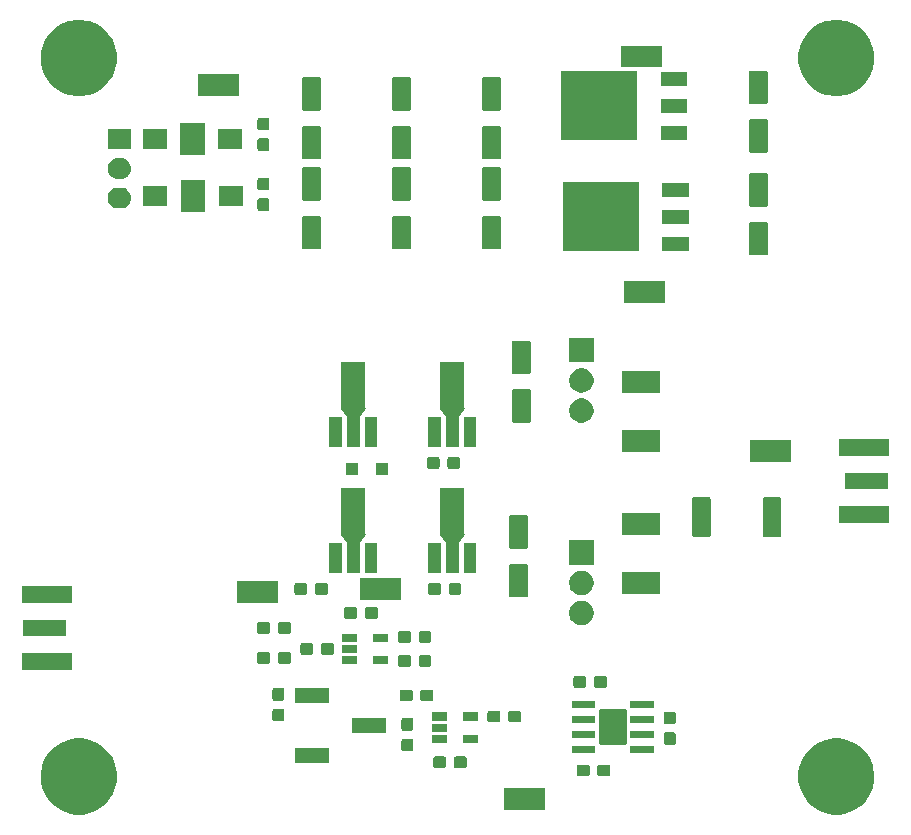
<source format=gts>
G04 #@! TF.GenerationSoftware,KiCad,Pcbnew,(5.1.5)-3*
G04 #@! TF.CreationDate,2020-02-06T00:19:04+09:00*
G04 #@! TF.ProjectId,GradientDriver,47726164-6965-46e7-9444-72697665722e,rev?*
G04 #@! TF.SameCoordinates,Original*
G04 #@! TF.FileFunction,Soldermask,Top*
G04 #@! TF.FilePolarity,Negative*
%FSLAX46Y46*%
G04 Gerber Fmt 4.6, Leading zero omitted, Abs format (unit mm)*
G04 Created by KiCad (PCBNEW (5.1.5)-3) date 2020-02-06 00:19:04*
%MOMM*%
%LPD*%
G04 APERTURE LIST*
%ADD10C,0.100000*%
G04 APERTURE END LIST*
D10*
G36*
X122487583Y-96523796D02*
G01*
X122859531Y-96597781D01*
X123445716Y-96840587D01*
X123973268Y-97193086D01*
X124421914Y-97641732D01*
X124774413Y-98169284D01*
X125017219Y-98755469D01*
X125054462Y-98942704D01*
X125141000Y-99377758D01*
X125141000Y-100012242D01*
X125129892Y-100068085D01*
X125017219Y-100634531D01*
X124774413Y-101220716D01*
X124421914Y-101748268D01*
X123973268Y-102196914D01*
X123445716Y-102549413D01*
X122859531Y-102792219D01*
X122548386Y-102854110D01*
X122237242Y-102916000D01*
X121602758Y-102916000D01*
X121291614Y-102854110D01*
X120980469Y-102792219D01*
X120394284Y-102549413D01*
X119866732Y-102196914D01*
X119418086Y-101748268D01*
X119065587Y-101220716D01*
X118822781Y-100634531D01*
X118710108Y-100068085D01*
X118699000Y-100012242D01*
X118699000Y-99377758D01*
X118785538Y-98942704D01*
X118822781Y-98755469D01*
X119065587Y-98169284D01*
X119418086Y-97641732D01*
X119866732Y-97193086D01*
X120394284Y-96840587D01*
X120980469Y-96597781D01*
X121352417Y-96523796D01*
X121602758Y-96474000D01*
X122237242Y-96474000D01*
X122487583Y-96523796D01*
G37*
G36*
X58352583Y-96523796D02*
G01*
X58724531Y-96597781D01*
X59310716Y-96840587D01*
X59838268Y-97193086D01*
X60286914Y-97641732D01*
X60639413Y-98169284D01*
X60882219Y-98755469D01*
X60919462Y-98942704D01*
X61006000Y-99377758D01*
X61006000Y-100012242D01*
X60994892Y-100068085D01*
X60882219Y-100634531D01*
X60639413Y-101220716D01*
X60286914Y-101748268D01*
X59838268Y-102196914D01*
X59310716Y-102549413D01*
X58724531Y-102792219D01*
X58413386Y-102854110D01*
X58102242Y-102916000D01*
X57467758Y-102916000D01*
X57156614Y-102854110D01*
X56845469Y-102792219D01*
X56259284Y-102549413D01*
X55731732Y-102196914D01*
X55283086Y-101748268D01*
X54930587Y-101220716D01*
X54687781Y-100634531D01*
X54575108Y-100068085D01*
X54564000Y-100012242D01*
X54564000Y-99377758D01*
X54650538Y-98942704D01*
X54687781Y-98755469D01*
X54930587Y-98169284D01*
X55283086Y-97641732D01*
X55731732Y-97193086D01*
X56259284Y-96840587D01*
X56845469Y-96597781D01*
X57217417Y-96523796D01*
X57467758Y-96474000D01*
X58102242Y-96474000D01*
X58352583Y-96523796D01*
G37*
G36*
X97225000Y-102521000D02*
G01*
X93783000Y-102521000D01*
X93783000Y-100679000D01*
X97225000Y-100679000D01*
X97225000Y-102521000D01*
G37*
G36*
X102631569Y-98695157D02*
G01*
X102666254Y-98705679D01*
X102698224Y-98722767D01*
X102726241Y-98745759D01*
X102749233Y-98773776D01*
X102766321Y-98805746D01*
X102776843Y-98840431D01*
X102781000Y-98882640D01*
X102781000Y-99491360D01*
X102776843Y-99533569D01*
X102766321Y-99568254D01*
X102749233Y-99600224D01*
X102726241Y-99628241D01*
X102698224Y-99651233D01*
X102666254Y-99668321D01*
X102631569Y-99678843D01*
X102589360Y-99683000D01*
X101880640Y-99683000D01*
X101838431Y-99678843D01*
X101803746Y-99668321D01*
X101771776Y-99651233D01*
X101743759Y-99628241D01*
X101720767Y-99600224D01*
X101703679Y-99568254D01*
X101693157Y-99533569D01*
X101689000Y-99491360D01*
X101689000Y-98882640D01*
X101693157Y-98840431D01*
X101703679Y-98805746D01*
X101720767Y-98773776D01*
X101743759Y-98745759D01*
X101771776Y-98722767D01*
X101803746Y-98705679D01*
X101838431Y-98695157D01*
X101880640Y-98691000D01*
X102589360Y-98691000D01*
X102631569Y-98695157D01*
G37*
G36*
X100881569Y-98695157D02*
G01*
X100916254Y-98705679D01*
X100948224Y-98722767D01*
X100976241Y-98745759D01*
X100999233Y-98773776D01*
X101016321Y-98805746D01*
X101026843Y-98840431D01*
X101031000Y-98882640D01*
X101031000Y-99491360D01*
X101026843Y-99533569D01*
X101016321Y-99568254D01*
X100999233Y-99600224D01*
X100976241Y-99628241D01*
X100948224Y-99651233D01*
X100916254Y-99668321D01*
X100881569Y-99678843D01*
X100839360Y-99683000D01*
X100130640Y-99683000D01*
X100088431Y-99678843D01*
X100053746Y-99668321D01*
X100021776Y-99651233D01*
X99993759Y-99628241D01*
X99970767Y-99600224D01*
X99953679Y-99568254D01*
X99943157Y-99533569D01*
X99939000Y-99491360D01*
X99939000Y-98882640D01*
X99943157Y-98840431D01*
X99953679Y-98805746D01*
X99970767Y-98773776D01*
X99993759Y-98745759D01*
X100021776Y-98722767D01*
X100053746Y-98705679D01*
X100088431Y-98695157D01*
X100130640Y-98691000D01*
X100839360Y-98691000D01*
X100881569Y-98695157D01*
G37*
G36*
X88725069Y-97996657D02*
G01*
X88759754Y-98007179D01*
X88791724Y-98024267D01*
X88819741Y-98047259D01*
X88842733Y-98075276D01*
X88859821Y-98107246D01*
X88870343Y-98141931D01*
X88874500Y-98184140D01*
X88874500Y-98792860D01*
X88870343Y-98835069D01*
X88859821Y-98869754D01*
X88842733Y-98901724D01*
X88819741Y-98929741D01*
X88791724Y-98952733D01*
X88759754Y-98969821D01*
X88725069Y-98980343D01*
X88682860Y-98984500D01*
X87974140Y-98984500D01*
X87931931Y-98980343D01*
X87897246Y-98969821D01*
X87865276Y-98952733D01*
X87837259Y-98929741D01*
X87814267Y-98901724D01*
X87797179Y-98869754D01*
X87786657Y-98835069D01*
X87782500Y-98792860D01*
X87782500Y-98184140D01*
X87786657Y-98141931D01*
X87797179Y-98107246D01*
X87814267Y-98075276D01*
X87837259Y-98047259D01*
X87865276Y-98024267D01*
X87897246Y-98007179D01*
X87931931Y-97996657D01*
X87974140Y-97992500D01*
X88682860Y-97992500D01*
X88725069Y-97996657D01*
G37*
G36*
X90475069Y-97996657D02*
G01*
X90509754Y-98007179D01*
X90541724Y-98024267D01*
X90569741Y-98047259D01*
X90592733Y-98075276D01*
X90609821Y-98107246D01*
X90620343Y-98141931D01*
X90624500Y-98184140D01*
X90624500Y-98792860D01*
X90620343Y-98835069D01*
X90609821Y-98869754D01*
X90592733Y-98901724D01*
X90569741Y-98929741D01*
X90541724Y-98952733D01*
X90509754Y-98969821D01*
X90475069Y-98980343D01*
X90432860Y-98984500D01*
X89724140Y-98984500D01*
X89681931Y-98980343D01*
X89647246Y-98969821D01*
X89615276Y-98952733D01*
X89587259Y-98929741D01*
X89564267Y-98901724D01*
X89547179Y-98869754D01*
X89536657Y-98835069D01*
X89532500Y-98792860D01*
X89532500Y-98184140D01*
X89536657Y-98141931D01*
X89547179Y-98107246D01*
X89564267Y-98075276D01*
X89587259Y-98047259D01*
X89615276Y-98024267D01*
X89647246Y-98007179D01*
X89681931Y-97996657D01*
X89724140Y-97992500D01*
X90432860Y-97992500D01*
X90475069Y-97996657D01*
G37*
G36*
X78947500Y-98531000D02*
G01*
X76115500Y-98531000D01*
X76115500Y-97299000D01*
X78947500Y-97299000D01*
X78947500Y-98531000D01*
G37*
G36*
X101438997Y-97090476D02*
G01*
X101457274Y-97096020D01*
X101474108Y-97105018D01*
X101488868Y-97117132D01*
X101500982Y-97131892D01*
X101509980Y-97148726D01*
X101515524Y-97167003D01*
X101518000Y-97192140D01*
X101518000Y-97625860D01*
X101515524Y-97650997D01*
X101509980Y-97669274D01*
X101500982Y-97686108D01*
X101488868Y-97700868D01*
X101474108Y-97712982D01*
X101457274Y-97721980D01*
X101438997Y-97727524D01*
X101413860Y-97730000D01*
X99630140Y-97730000D01*
X99605003Y-97727524D01*
X99586726Y-97721980D01*
X99569892Y-97712982D01*
X99555132Y-97700868D01*
X99543018Y-97686108D01*
X99534020Y-97669274D01*
X99528476Y-97650997D01*
X99526000Y-97625860D01*
X99526000Y-97192140D01*
X99528476Y-97167003D01*
X99534020Y-97148726D01*
X99543018Y-97131892D01*
X99555132Y-97117132D01*
X99569892Y-97105018D01*
X99586726Y-97096020D01*
X99605003Y-97090476D01*
X99630140Y-97088000D01*
X101413860Y-97088000D01*
X101438997Y-97090476D01*
G37*
G36*
X106388997Y-97090476D02*
G01*
X106407274Y-97096020D01*
X106424108Y-97105018D01*
X106438868Y-97117132D01*
X106450982Y-97131892D01*
X106459980Y-97148726D01*
X106465524Y-97167003D01*
X106468000Y-97192140D01*
X106468000Y-97625860D01*
X106465524Y-97650997D01*
X106459980Y-97669274D01*
X106450982Y-97686108D01*
X106438868Y-97700868D01*
X106424108Y-97712982D01*
X106407274Y-97721980D01*
X106388997Y-97727524D01*
X106363860Y-97730000D01*
X104580140Y-97730000D01*
X104555003Y-97727524D01*
X104536726Y-97721980D01*
X104519892Y-97712982D01*
X104505132Y-97700868D01*
X104493018Y-97686108D01*
X104484020Y-97669274D01*
X104478476Y-97650997D01*
X104476000Y-97625860D01*
X104476000Y-97192140D01*
X104478476Y-97167003D01*
X104484020Y-97148726D01*
X104493018Y-97131892D01*
X104505132Y-97117132D01*
X104519892Y-97105018D01*
X104536726Y-97096020D01*
X104555003Y-97090476D01*
X104580140Y-97088000D01*
X106363860Y-97088000D01*
X106388997Y-97090476D01*
G37*
G36*
X85944569Y-96486157D02*
G01*
X85979254Y-96496679D01*
X86011224Y-96513767D01*
X86039241Y-96536759D01*
X86062233Y-96564776D01*
X86079321Y-96596746D01*
X86089843Y-96631431D01*
X86094000Y-96673640D01*
X86094000Y-97382360D01*
X86089843Y-97424569D01*
X86079321Y-97459254D01*
X86062233Y-97491224D01*
X86039241Y-97519241D01*
X86011224Y-97542233D01*
X85979254Y-97559321D01*
X85944569Y-97569843D01*
X85902360Y-97574000D01*
X85293640Y-97574000D01*
X85251431Y-97569843D01*
X85216746Y-97559321D01*
X85184776Y-97542233D01*
X85156759Y-97519241D01*
X85133767Y-97491224D01*
X85116679Y-97459254D01*
X85106157Y-97424569D01*
X85102000Y-97382360D01*
X85102000Y-96673640D01*
X85106157Y-96631431D01*
X85116679Y-96596746D01*
X85133767Y-96564776D01*
X85156759Y-96536759D01*
X85184776Y-96513767D01*
X85216746Y-96496679D01*
X85251431Y-96486157D01*
X85293640Y-96482000D01*
X85902360Y-96482000D01*
X85944569Y-96486157D01*
G37*
G36*
X108169569Y-95950157D02*
G01*
X108204254Y-95960679D01*
X108236224Y-95977767D01*
X108264241Y-96000759D01*
X108287233Y-96028776D01*
X108304321Y-96060746D01*
X108314843Y-96095431D01*
X108319000Y-96137640D01*
X108319000Y-96846360D01*
X108314843Y-96888569D01*
X108304321Y-96923254D01*
X108287233Y-96955224D01*
X108264241Y-96983241D01*
X108236224Y-97006233D01*
X108204254Y-97023321D01*
X108169569Y-97033843D01*
X108127360Y-97038000D01*
X107518640Y-97038000D01*
X107476431Y-97033843D01*
X107441746Y-97023321D01*
X107409776Y-97006233D01*
X107381759Y-96983241D01*
X107358767Y-96955224D01*
X107341679Y-96923254D01*
X107331157Y-96888569D01*
X107327000Y-96846360D01*
X107327000Y-96137640D01*
X107331157Y-96095431D01*
X107341679Y-96060746D01*
X107358767Y-96028776D01*
X107381759Y-96000759D01*
X107409776Y-95977767D01*
X107441746Y-95960679D01*
X107476431Y-95950157D01*
X107518640Y-95946000D01*
X108127360Y-95946000D01*
X108169569Y-95950157D01*
G37*
G36*
X104036609Y-93986607D02*
G01*
X104065922Y-93995500D01*
X104092946Y-94009944D01*
X104116624Y-94029376D01*
X104136056Y-94053054D01*
X104150500Y-94080078D01*
X104159393Y-94109391D01*
X104163000Y-94146017D01*
X104163000Y-96861983D01*
X104159393Y-96898609D01*
X104150500Y-96927922D01*
X104136056Y-96954946D01*
X104116624Y-96978624D01*
X104092946Y-96998056D01*
X104065922Y-97012500D01*
X104036609Y-97021393D01*
X103999983Y-97025000D01*
X101994017Y-97025000D01*
X101957391Y-97021393D01*
X101928078Y-97012500D01*
X101901054Y-96998056D01*
X101877376Y-96978624D01*
X101857944Y-96954946D01*
X101843500Y-96927922D01*
X101834607Y-96898609D01*
X101831000Y-96861983D01*
X101831000Y-94146017D01*
X101834607Y-94109391D01*
X101843500Y-94080078D01*
X101857944Y-94053054D01*
X101877376Y-94029376D01*
X101901054Y-94009944D01*
X101928078Y-93995500D01*
X101957391Y-93986607D01*
X101994017Y-93983000D01*
X103999983Y-93983000D01*
X104036609Y-93986607D01*
G37*
G36*
X91579500Y-96863500D02*
G01*
X90317500Y-96863500D01*
X90317500Y-96171500D01*
X91579500Y-96171500D01*
X91579500Y-96863500D01*
G37*
G36*
X88959500Y-96863500D02*
G01*
X87697500Y-96863500D01*
X87697500Y-96171500D01*
X88959500Y-96171500D01*
X88959500Y-96863500D01*
G37*
G36*
X101438997Y-95820476D02*
G01*
X101457274Y-95826020D01*
X101474108Y-95835018D01*
X101488868Y-95847132D01*
X101500982Y-95861892D01*
X101509980Y-95878726D01*
X101515524Y-95897003D01*
X101518000Y-95922140D01*
X101518000Y-96355860D01*
X101515524Y-96380997D01*
X101509980Y-96399274D01*
X101500982Y-96416108D01*
X101488868Y-96430868D01*
X101474108Y-96442982D01*
X101457274Y-96451980D01*
X101438997Y-96457524D01*
X101413860Y-96460000D01*
X99630140Y-96460000D01*
X99605003Y-96457524D01*
X99586726Y-96451980D01*
X99569892Y-96442982D01*
X99555132Y-96430868D01*
X99543018Y-96416108D01*
X99534020Y-96399274D01*
X99528476Y-96380997D01*
X99526000Y-96355860D01*
X99526000Y-95922140D01*
X99528476Y-95897003D01*
X99534020Y-95878726D01*
X99543018Y-95861892D01*
X99555132Y-95847132D01*
X99569892Y-95835018D01*
X99586726Y-95826020D01*
X99605003Y-95820476D01*
X99630140Y-95818000D01*
X101413860Y-95818000D01*
X101438997Y-95820476D01*
G37*
G36*
X106388997Y-95820476D02*
G01*
X106407274Y-95826020D01*
X106424108Y-95835018D01*
X106438868Y-95847132D01*
X106450982Y-95861892D01*
X106459980Y-95878726D01*
X106465524Y-95897003D01*
X106468000Y-95922140D01*
X106468000Y-96355860D01*
X106465524Y-96380997D01*
X106459980Y-96399274D01*
X106450982Y-96416108D01*
X106438868Y-96430868D01*
X106424108Y-96442982D01*
X106407274Y-96451980D01*
X106388997Y-96457524D01*
X106363860Y-96460000D01*
X104580140Y-96460000D01*
X104555003Y-96457524D01*
X104536726Y-96451980D01*
X104519892Y-96442982D01*
X104505132Y-96430868D01*
X104493018Y-96416108D01*
X104484020Y-96399274D01*
X104478476Y-96380997D01*
X104476000Y-96355860D01*
X104476000Y-95922140D01*
X104478476Y-95897003D01*
X104484020Y-95878726D01*
X104493018Y-95861892D01*
X104505132Y-95847132D01*
X104519892Y-95835018D01*
X104536726Y-95826020D01*
X104555003Y-95820476D01*
X104580140Y-95818000D01*
X106363860Y-95818000D01*
X106388997Y-95820476D01*
G37*
G36*
X83777500Y-95991000D02*
G01*
X80945500Y-95991000D01*
X80945500Y-94759000D01*
X83777500Y-94759000D01*
X83777500Y-95991000D01*
G37*
G36*
X88959500Y-95913500D02*
G01*
X87697500Y-95913500D01*
X87697500Y-95221500D01*
X88959500Y-95221500D01*
X88959500Y-95913500D01*
G37*
G36*
X85944569Y-94736157D02*
G01*
X85979254Y-94746679D01*
X86011224Y-94763767D01*
X86039241Y-94786759D01*
X86062233Y-94814776D01*
X86079321Y-94846746D01*
X86089843Y-94881431D01*
X86094000Y-94923640D01*
X86094000Y-95632360D01*
X86089843Y-95674569D01*
X86079321Y-95709254D01*
X86062233Y-95741224D01*
X86039241Y-95769241D01*
X86011224Y-95792233D01*
X85979254Y-95809321D01*
X85944569Y-95819843D01*
X85902360Y-95824000D01*
X85293640Y-95824000D01*
X85251431Y-95819843D01*
X85216746Y-95809321D01*
X85184776Y-95792233D01*
X85156759Y-95769241D01*
X85133767Y-95741224D01*
X85116679Y-95709254D01*
X85106157Y-95674569D01*
X85102000Y-95632360D01*
X85102000Y-94923640D01*
X85106157Y-94881431D01*
X85116679Y-94846746D01*
X85133767Y-94814776D01*
X85156759Y-94786759D01*
X85184776Y-94763767D01*
X85216746Y-94746679D01*
X85251431Y-94736157D01*
X85293640Y-94732000D01*
X85902360Y-94732000D01*
X85944569Y-94736157D01*
G37*
G36*
X108169569Y-94200157D02*
G01*
X108204254Y-94210679D01*
X108236224Y-94227767D01*
X108264241Y-94250759D01*
X108287233Y-94278776D01*
X108304321Y-94310746D01*
X108314843Y-94345431D01*
X108319000Y-94387640D01*
X108319000Y-95096360D01*
X108314843Y-95138569D01*
X108304321Y-95173254D01*
X108287233Y-95205224D01*
X108264241Y-95233241D01*
X108236224Y-95256233D01*
X108204254Y-95273321D01*
X108169569Y-95283843D01*
X108127360Y-95288000D01*
X107518640Y-95288000D01*
X107476431Y-95283843D01*
X107441746Y-95273321D01*
X107409776Y-95256233D01*
X107381759Y-95233241D01*
X107358767Y-95205224D01*
X107341679Y-95173254D01*
X107331157Y-95138569D01*
X107327000Y-95096360D01*
X107327000Y-94387640D01*
X107331157Y-94345431D01*
X107341679Y-94310746D01*
X107358767Y-94278776D01*
X107381759Y-94250759D01*
X107409776Y-94227767D01*
X107441746Y-94210679D01*
X107476431Y-94200157D01*
X107518640Y-94196000D01*
X108127360Y-94196000D01*
X108169569Y-94200157D01*
G37*
G36*
X101438997Y-94550476D02*
G01*
X101457274Y-94556020D01*
X101474108Y-94565018D01*
X101488868Y-94577132D01*
X101500982Y-94591892D01*
X101509980Y-94608726D01*
X101515524Y-94627003D01*
X101518000Y-94652140D01*
X101518000Y-95085860D01*
X101515524Y-95110997D01*
X101509980Y-95129274D01*
X101500982Y-95146108D01*
X101488868Y-95160868D01*
X101474108Y-95172982D01*
X101457274Y-95181980D01*
X101438997Y-95187524D01*
X101413860Y-95190000D01*
X99630140Y-95190000D01*
X99605003Y-95187524D01*
X99586726Y-95181980D01*
X99569892Y-95172982D01*
X99555132Y-95160868D01*
X99543018Y-95146108D01*
X99534020Y-95129274D01*
X99528476Y-95110997D01*
X99526000Y-95085860D01*
X99526000Y-94652140D01*
X99528476Y-94627003D01*
X99534020Y-94608726D01*
X99543018Y-94591892D01*
X99555132Y-94577132D01*
X99569892Y-94565018D01*
X99586726Y-94556020D01*
X99605003Y-94550476D01*
X99630140Y-94548000D01*
X101413860Y-94548000D01*
X101438997Y-94550476D01*
G37*
G36*
X106388997Y-94550476D02*
G01*
X106407274Y-94556020D01*
X106424108Y-94565018D01*
X106438868Y-94577132D01*
X106450982Y-94591892D01*
X106459980Y-94608726D01*
X106465524Y-94627003D01*
X106468000Y-94652140D01*
X106468000Y-95085860D01*
X106465524Y-95110997D01*
X106459980Y-95129274D01*
X106450982Y-95146108D01*
X106438868Y-95160868D01*
X106424108Y-95172982D01*
X106407274Y-95181980D01*
X106388997Y-95187524D01*
X106363860Y-95190000D01*
X104580140Y-95190000D01*
X104555003Y-95187524D01*
X104536726Y-95181980D01*
X104519892Y-95172982D01*
X104505132Y-95160868D01*
X104493018Y-95146108D01*
X104484020Y-95129274D01*
X104478476Y-95110997D01*
X104476000Y-95085860D01*
X104476000Y-94652140D01*
X104478476Y-94627003D01*
X104484020Y-94608726D01*
X104493018Y-94591892D01*
X104505132Y-94577132D01*
X104519892Y-94565018D01*
X104536726Y-94556020D01*
X104555003Y-94550476D01*
X104580140Y-94548000D01*
X106363860Y-94548000D01*
X106388997Y-94550476D01*
G37*
G36*
X95075069Y-94123157D02*
G01*
X95109754Y-94133679D01*
X95141724Y-94150767D01*
X95169741Y-94173759D01*
X95192733Y-94201776D01*
X95209821Y-94233746D01*
X95220343Y-94268431D01*
X95224500Y-94310640D01*
X95224500Y-94919360D01*
X95220343Y-94961569D01*
X95209821Y-94996254D01*
X95192733Y-95028224D01*
X95169741Y-95056241D01*
X95141724Y-95079233D01*
X95109754Y-95096321D01*
X95075069Y-95106843D01*
X95032860Y-95111000D01*
X94324140Y-95111000D01*
X94281931Y-95106843D01*
X94247246Y-95096321D01*
X94215276Y-95079233D01*
X94187259Y-95056241D01*
X94164267Y-95028224D01*
X94147179Y-94996254D01*
X94136657Y-94961569D01*
X94132500Y-94919360D01*
X94132500Y-94310640D01*
X94136657Y-94268431D01*
X94147179Y-94233746D01*
X94164267Y-94201776D01*
X94187259Y-94173759D01*
X94215276Y-94150767D01*
X94247246Y-94133679D01*
X94281931Y-94123157D01*
X94324140Y-94119000D01*
X95032860Y-94119000D01*
X95075069Y-94123157D01*
G37*
G36*
X93325069Y-94123157D02*
G01*
X93359754Y-94133679D01*
X93391724Y-94150767D01*
X93419741Y-94173759D01*
X93442733Y-94201776D01*
X93459821Y-94233746D01*
X93470343Y-94268431D01*
X93474500Y-94310640D01*
X93474500Y-94919360D01*
X93470343Y-94961569D01*
X93459821Y-94996254D01*
X93442733Y-95028224D01*
X93419741Y-95056241D01*
X93391724Y-95079233D01*
X93359754Y-95096321D01*
X93325069Y-95106843D01*
X93282860Y-95111000D01*
X92574140Y-95111000D01*
X92531931Y-95106843D01*
X92497246Y-95096321D01*
X92465276Y-95079233D01*
X92437259Y-95056241D01*
X92414267Y-95028224D01*
X92397179Y-94996254D01*
X92386657Y-94961569D01*
X92382500Y-94919360D01*
X92382500Y-94310640D01*
X92386657Y-94268431D01*
X92397179Y-94233746D01*
X92414267Y-94201776D01*
X92437259Y-94173759D01*
X92465276Y-94150767D01*
X92497246Y-94133679D01*
X92531931Y-94123157D01*
X92574140Y-94119000D01*
X93282860Y-94119000D01*
X93325069Y-94123157D01*
G37*
G36*
X75022569Y-93946157D02*
G01*
X75057254Y-93956679D01*
X75089224Y-93973767D01*
X75117241Y-93996759D01*
X75140233Y-94024776D01*
X75157321Y-94056746D01*
X75167843Y-94091431D01*
X75172000Y-94133640D01*
X75172000Y-94842360D01*
X75167843Y-94884569D01*
X75157321Y-94919254D01*
X75140233Y-94951224D01*
X75117241Y-94979241D01*
X75089224Y-95002233D01*
X75057254Y-95019321D01*
X75022569Y-95029843D01*
X74980360Y-95034000D01*
X74371640Y-95034000D01*
X74329431Y-95029843D01*
X74294746Y-95019321D01*
X74262776Y-95002233D01*
X74234759Y-94979241D01*
X74211767Y-94951224D01*
X74194679Y-94919254D01*
X74184157Y-94884569D01*
X74180000Y-94842360D01*
X74180000Y-94133640D01*
X74184157Y-94091431D01*
X74194679Y-94056746D01*
X74211767Y-94024776D01*
X74234759Y-93996759D01*
X74262776Y-93973767D01*
X74294746Y-93956679D01*
X74329431Y-93946157D01*
X74371640Y-93942000D01*
X74980360Y-93942000D01*
X75022569Y-93946157D01*
G37*
G36*
X91579500Y-94963500D02*
G01*
X90317500Y-94963500D01*
X90317500Y-94271500D01*
X91579500Y-94271500D01*
X91579500Y-94963500D01*
G37*
G36*
X88959500Y-94963500D02*
G01*
X87697500Y-94963500D01*
X87697500Y-94271500D01*
X88959500Y-94271500D01*
X88959500Y-94963500D01*
G37*
G36*
X106388997Y-93280476D02*
G01*
X106407274Y-93286020D01*
X106424108Y-93295018D01*
X106438868Y-93307132D01*
X106450982Y-93321892D01*
X106459980Y-93338726D01*
X106465524Y-93357003D01*
X106468000Y-93382140D01*
X106468000Y-93815860D01*
X106465524Y-93840997D01*
X106459980Y-93859274D01*
X106450982Y-93876108D01*
X106438868Y-93890868D01*
X106424108Y-93902982D01*
X106407274Y-93911980D01*
X106388997Y-93917524D01*
X106363860Y-93920000D01*
X104580140Y-93920000D01*
X104555003Y-93917524D01*
X104536726Y-93911980D01*
X104519892Y-93902982D01*
X104505132Y-93890868D01*
X104493018Y-93876108D01*
X104484020Y-93859274D01*
X104478476Y-93840997D01*
X104476000Y-93815860D01*
X104476000Y-93382140D01*
X104478476Y-93357003D01*
X104484020Y-93338726D01*
X104493018Y-93321892D01*
X104505132Y-93307132D01*
X104519892Y-93295018D01*
X104536726Y-93286020D01*
X104555003Y-93280476D01*
X104580140Y-93278000D01*
X106363860Y-93278000D01*
X106388997Y-93280476D01*
G37*
G36*
X101438997Y-93280476D02*
G01*
X101457274Y-93286020D01*
X101474108Y-93295018D01*
X101488868Y-93307132D01*
X101500982Y-93321892D01*
X101509980Y-93338726D01*
X101515524Y-93357003D01*
X101518000Y-93382140D01*
X101518000Y-93815860D01*
X101515524Y-93840997D01*
X101509980Y-93859274D01*
X101500982Y-93876108D01*
X101488868Y-93890868D01*
X101474108Y-93902982D01*
X101457274Y-93911980D01*
X101438997Y-93917524D01*
X101413860Y-93920000D01*
X99630140Y-93920000D01*
X99605003Y-93917524D01*
X99586726Y-93911980D01*
X99569892Y-93902982D01*
X99555132Y-93890868D01*
X99543018Y-93876108D01*
X99534020Y-93859274D01*
X99528476Y-93840997D01*
X99526000Y-93815860D01*
X99526000Y-93382140D01*
X99528476Y-93357003D01*
X99534020Y-93338726D01*
X99543018Y-93321892D01*
X99555132Y-93307132D01*
X99569892Y-93295018D01*
X99586726Y-93286020D01*
X99605003Y-93280476D01*
X99630140Y-93278000D01*
X101413860Y-93278000D01*
X101438997Y-93280476D01*
G37*
G36*
X78947500Y-93451000D02*
G01*
X76115500Y-93451000D01*
X76115500Y-92219000D01*
X78947500Y-92219000D01*
X78947500Y-93451000D01*
G37*
G36*
X85895569Y-92345157D02*
G01*
X85930254Y-92355679D01*
X85962224Y-92372767D01*
X85990241Y-92395759D01*
X86013233Y-92423776D01*
X86030321Y-92455746D01*
X86040843Y-92490431D01*
X86045000Y-92532640D01*
X86045000Y-93141360D01*
X86040843Y-93183569D01*
X86030321Y-93218254D01*
X86013233Y-93250224D01*
X85990241Y-93278241D01*
X85962224Y-93301233D01*
X85930254Y-93318321D01*
X85895569Y-93328843D01*
X85853360Y-93333000D01*
X85144640Y-93333000D01*
X85102431Y-93328843D01*
X85067746Y-93318321D01*
X85035776Y-93301233D01*
X85007759Y-93278241D01*
X84984767Y-93250224D01*
X84967679Y-93218254D01*
X84957157Y-93183569D01*
X84953000Y-93141360D01*
X84953000Y-92532640D01*
X84957157Y-92490431D01*
X84967679Y-92455746D01*
X84984767Y-92423776D01*
X85007759Y-92395759D01*
X85035776Y-92372767D01*
X85067746Y-92355679D01*
X85102431Y-92345157D01*
X85144640Y-92341000D01*
X85853360Y-92341000D01*
X85895569Y-92345157D01*
G37*
G36*
X87645569Y-92345157D02*
G01*
X87680254Y-92355679D01*
X87712224Y-92372767D01*
X87740241Y-92395759D01*
X87763233Y-92423776D01*
X87780321Y-92455746D01*
X87790843Y-92490431D01*
X87795000Y-92532640D01*
X87795000Y-93141360D01*
X87790843Y-93183569D01*
X87780321Y-93218254D01*
X87763233Y-93250224D01*
X87740241Y-93278241D01*
X87712224Y-93301233D01*
X87680254Y-93318321D01*
X87645569Y-93328843D01*
X87603360Y-93333000D01*
X86894640Y-93333000D01*
X86852431Y-93328843D01*
X86817746Y-93318321D01*
X86785776Y-93301233D01*
X86757759Y-93278241D01*
X86734767Y-93250224D01*
X86717679Y-93218254D01*
X86707157Y-93183569D01*
X86703000Y-93141360D01*
X86703000Y-92532640D01*
X86707157Y-92490431D01*
X86717679Y-92455746D01*
X86734767Y-92423776D01*
X86757759Y-92395759D01*
X86785776Y-92372767D01*
X86817746Y-92355679D01*
X86852431Y-92345157D01*
X86894640Y-92341000D01*
X87603360Y-92341000D01*
X87645569Y-92345157D01*
G37*
G36*
X75022569Y-92196157D02*
G01*
X75057254Y-92206679D01*
X75089224Y-92223767D01*
X75117241Y-92246759D01*
X75140233Y-92274776D01*
X75157321Y-92306746D01*
X75167843Y-92341431D01*
X75172000Y-92383640D01*
X75172000Y-93092360D01*
X75167843Y-93134569D01*
X75157321Y-93169254D01*
X75140233Y-93201224D01*
X75117241Y-93229241D01*
X75089224Y-93252233D01*
X75057254Y-93269321D01*
X75022569Y-93279843D01*
X74980360Y-93284000D01*
X74371640Y-93284000D01*
X74329431Y-93279843D01*
X74294746Y-93269321D01*
X74262776Y-93252233D01*
X74234759Y-93229241D01*
X74211767Y-93201224D01*
X74194679Y-93169254D01*
X74184157Y-93134569D01*
X74180000Y-93092360D01*
X74180000Y-92383640D01*
X74184157Y-92341431D01*
X74194679Y-92306746D01*
X74211767Y-92274776D01*
X74234759Y-92246759D01*
X74262776Y-92223767D01*
X74294746Y-92206679D01*
X74329431Y-92196157D01*
X74371640Y-92192000D01*
X74980360Y-92192000D01*
X75022569Y-92196157D01*
G37*
G36*
X102349569Y-91202157D02*
G01*
X102384254Y-91212679D01*
X102416224Y-91229767D01*
X102444241Y-91252759D01*
X102467233Y-91280776D01*
X102484321Y-91312746D01*
X102494843Y-91347431D01*
X102499000Y-91389640D01*
X102499000Y-91998360D01*
X102494843Y-92040569D01*
X102484321Y-92075254D01*
X102467233Y-92107224D01*
X102444241Y-92135241D01*
X102416224Y-92158233D01*
X102384254Y-92175321D01*
X102349569Y-92185843D01*
X102307360Y-92190000D01*
X101598640Y-92190000D01*
X101556431Y-92185843D01*
X101521746Y-92175321D01*
X101489776Y-92158233D01*
X101461759Y-92135241D01*
X101438767Y-92107224D01*
X101421679Y-92075254D01*
X101411157Y-92040569D01*
X101407000Y-91998360D01*
X101407000Y-91389640D01*
X101411157Y-91347431D01*
X101421679Y-91312746D01*
X101438767Y-91280776D01*
X101461759Y-91252759D01*
X101489776Y-91229767D01*
X101521746Y-91212679D01*
X101556431Y-91202157D01*
X101598640Y-91198000D01*
X102307360Y-91198000D01*
X102349569Y-91202157D01*
G37*
G36*
X100599569Y-91202157D02*
G01*
X100634254Y-91212679D01*
X100666224Y-91229767D01*
X100694241Y-91252759D01*
X100717233Y-91280776D01*
X100734321Y-91312746D01*
X100744843Y-91347431D01*
X100749000Y-91389640D01*
X100749000Y-91998360D01*
X100744843Y-92040569D01*
X100734321Y-92075254D01*
X100717233Y-92107224D01*
X100694241Y-92135241D01*
X100666224Y-92158233D01*
X100634254Y-92175321D01*
X100599569Y-92185843D01*
X100557360Y-92190000D01*
X99848640Y-92190000D01*
X99806431Y-92185843D01*
X99771746Y-92175321D01*
X99739776Y-92158233D01*
X99711759Y-92135241D01*
X99688767Y-92107224D01*
X99671679Y-92075254D01*
X99661157Y-92040569D01*
X99657000Y-91998360D01*
X99657000Y-91389640D01*
X99661157Y-91347431D01*
X99671679Y-91312746D01*
X99688767Y-91280776D01*
X99711759Y-91252759D01*
X99739776Y-91229767D01*
X99771746Y-91212679D01*
X99806431Y-91202157D01*
X99848640Y-91198000D01*
X100557360Y-91198000D01*
X100599569Y-91202157D01*
G37*
G36*
X57239000Y-90643000D02*
G01*
X52997000Y-90643000D01*
X52997000Y-89251000D01*
X57239000Y-89251000D01*
X57239000Y-90643000D01*
G37*
G36*
X85740569Y-89424157D02*
G01*
X85775254Y-89434679D01*
X85807224Y-89451767D01*
X85835241Y-89474759D01*
X85858233Y-89502776D01*
X85875321Y-89534746D01*
X85885843Y-89569431D01*
X85890000Y-89611640D01*
X85890000Y-90220360D01*
X85885843Y-90262569D01*
X85875321Y-90297254D01*
X85858233Y-90329224D01*
X85835241Y-90357241D01*
X85807224Y-90380233D01*
X85775254Y-90397321D01*
X85740569Y-90407843D01*
X85698360Y-90412000D01*
X84989640Y-90412000D01*
X84947431Y-90407843D01*
X84912746Y-90397321D01*
X84880776Y-90380233D01*
X84852759Y-90357241D01*
X84829767Y-90329224D01*
X84812679Y-90297254D01*
X84802157Y-90262569D01*
X84798000Y-90220360D01*
X84798000Y-89611640D01*
X84802157Y-89569431D01*
X84812679Y-89534746D01*
X84829767Y-89502776D01*
X84852759Y-89474759D01*
X84880776Y-89451767D01*
X84912746Y-89434679D01*
X84947431Y-89424157D01*
X84989640Y-89420000D01*
X85698360Y-89420000D01*
X85740569Y-89424157D01*
G37*
G36*
X87490569Y-89424157D02*
G01*
X87525254Y-89434679D01*
X87557224Y-89451767D01*
X87585241Y-89474759D01*
X87608233Y-89502776D01*
X87625321Y-89534746D01*
X87635843Y-89569431D01*
X87640000Y-89611640D01*
X87640000Y-90220360D01*
X87635843Y-90262569D01*
X87625321Y-90297254D01*
X87608233Y-90329224D01*
X87585241Y-90357241D01*
X87557224Y-90380233D01*
X87525254Y-90397321D01*
X87490569Y-90407843D01*
X87448360Y-90412000D01*
X86739640Y-90412000D01*
X86697431Y-90407843D01*
X86662746Y-90397321D01*
X86630776Y-90380233D01*
X86602759Y-90357241D01*
X86579767Y-90329224D01*
X86562679Y-90297254D01*
X86552157Y-90262569D01*
X86548000Y-90220360D01*
X86548000Y-89611640D01*
X86552157Y-89569431D01*
X86562679Y-89534746D01*
X86579767Y-89502776D01*
X86602759Y-89474759D01*
X86630776Y-89451767D01*
X86662746Y-89434679D01*
X86697431Y-89424157D01*
X86739640Y-89420000D01*
X87448360Y-89420000D01*
X87490569Y-89424157D01*
G37*
G36*
X81363000Y-90196000D02*
G01*
X80101000Y-90196000D01*
X80101000Y-89504000D01*
X81363000Y-89504000D01*
X81363000Y-90196000D01*
G37*
G36*
X83983000Y-90196000D02*
G01*
X82721000Y-90196000D01*
X82721000Y-89504000D01*
X83983000Y-89504000D01*
X83983000Y-90196000D01*
G37*
G36*
X73830569Y-89170157D02*
G01*
X73865254Y-89180679D01*
X73897224Y-89197767D01*
X73925241Y-89220759D01*
X73948233Y-89248776D01*
X73965321Y-89280746D01*
X73975843Y-89315431D01*
X73980000Y-89357640D01*
X73980000Y-89966360D01*
X73975843Y-90008569D01*
X73965321Y-90043254D01*
X73948233Y-90075224D01*
X73925241Y-90103241D01*
X73897224Y-90126233D01*
X73865254Y-90143321D01*
X73830569Y-90153843D01*
X73788360Y-90158000D01*
X73079640Y-90158000D01*
X73037431Y-90153843D01*
X73002746Y-90143321D01*
X72970776Y-90126233D01*
X72942759Y-90103241D01*
X72919767Y-90075224D01*
X72902679Y-90043254D01*
X72892157Y-90008569D01*
X72888000Y-89966360D01*
X72888000Y-89357640D01*
X72892157Y-89315431D01*
X72902679Y-89280746D01*
X72919767Y-89248776D01*
X72942759Y-89220759D01*
X72970776Y-89197767D01*
X73002746Y-89180679D01*
X73037431Y-89170157D01*
X73079640Y-89166000D01*
X73788360Y-89166000D01*
X73830569Y-89170157D01*
G37*
G36*
X75580569Y-89170157D02*
G01*
X75615254Y-89180679D01*
X75647224Y-89197767D01*
X75675241Y-89220759D01*
X75698233Y-89248776D01*
X75715321Y-89280746D01*
X75725843Y-89315431D01*
X75730000Y-89357640D01*
X75730000Y-89966360D01*
X75725843Y-90008569D01*
X75715321Y-90043254D01*
X75698233Y-90075224D01*
X75675241Y-90103241D01*
X75647224Y-90126233D01*
X75615254Y-90143321D01*
X75580569Y-90153843D01*
X75538360Y-90158000D01*
X74829640Y-90158000D01*
X74787431Y-90153843D01*
X74752746Y-90143321D01*
X74720776Y-90126233D01*
X74692759Y-90103241D01*
X74669767Y-90075224D01*
X74652679Y-90043254D01*
X74642157Y-90008569D01*
X74638000Y-89966360D01*
X74638000Y-89357640D01*
X74642157Y-89315431D01*
X74652679Y-89280746D01*
X74669767Y-89248776D01*
X74692759Y-89220759D01*
X74720776Y-89197767D01*
X74752746Y-89180679D01*
X74787431Y-89170157D01*
X74829640Y-89166000D01*
X75538360Y-89166000D01*
X75580569Y-89170157D01*
G37*
G36*
X79235569Y-88408157D02*
G01*
X79270254Y-88418679D01*
X79302224Y-88435767D01*
X79330241Y-88458759D01*
X79353233Y-88486776D01*
X79370321Y-88518746D01*
X79380843Y-88553431D01*
X79385000Y-88595640D01*
X79385000Y-89204360D01*
X79380843Y-89246569D01*
X79370321Y-89281254D01*
X79353233Y-89313224D01*
X79330241Y-89341241D01*
X79302224Y-89364233D01*
X79270254Y-89381321D01*
X79235569Y-89391843D01*
X79193360Y-89396000D01*
X78484640Y-89396000D01*
X78442431Y-89391843D01*
X78407746Y-89381321D01*
X78375776Y-89364233D01*
X78347759Y-89341241D01*
X78324767Y-89313224D01*
X78307679Y-89281254D01*
X78297157Y-89246569D01*
X78293000Y-89204360D01*
X78293000Y-88595640D01*
X78297157Y-88553431D01*
X78307679Y-88518746D01*
X78324767Y-88486776D01*
X78347759Y-88458759D01*
X78375776Y-88435767D01*
X78407746Y-88418679D01*
X78442431Y-88408157D01*
X78484640Y-88404000D01*
X79193360Y-88404000D01*
X79235569Y-88408157D01*
G37*
G36*
X77485569Y-88408157D02*
G01*
X77520254Y-88418679D01*
X77552224Y-88435767D01*
X77580241Y-88458759D01*
X77603233Y-88486776D01*
X77620321Y-88518746D01*
X77630843Y-88553431D01*
X77635000Y-88595640D01*
X77635000Y-89204360D01*
X77630843Y-89246569D01*
X77620321Y-89281254D01*
X77603233Y-89313224D01*
X77580241Y-89341241D01*
X77552224Y-89364233D01*
X77520254Y-89381321D01*
X77485569Y-89391843D01*
X77443360Y-89396000D01*
X76734640Y-89396000D01*
X76692431Y-89391843D01*
X76657746Y-89381321D01*
X76625776Y-89364233D01*
X76597759Y-89341241D01*
X76574767Y-89313224D01*
X76557679Y-89281254D01*
X76547157Y-89246569D01*
X76543000Y-89204360D01*
X76543000Y-88595640D01*
X76547157Y-88553431D01*
X76557679Y-88518746D01*
X76574767Y-88486776D01*
X76597759Y-88458759D01*
X76625776Y-88435767D01*
X76657746Y-88418679D01*
X76692431Y-88408157D01*
X76734640Y-88404000D01*
X77443360Y-88404000D01*
X77485569Y-88408157D01*
G37*
G36*
X81363000Y-89246000D02*
G01*
X80101000Y-89246000D01*
X80101000Y-88554000D01*
X81363000Y-88554000D01*
X81363000Y-89246000D01*
G37*
G36*
X87490569Y-87392157D02*
G01*
X87525254Y-87402679D01*
X87557224Y-87419767D01*
X87585241Y-87442759D01*
X87608233Y-87470776D01*
X87625321Y-87502746D01*
X87635843Y-87537431D01*
X87640000Y-87579640D01*
X87640000Y-88188360D01*
X87635843Y-88230569D01*
X87625321Y-88265254D01*
X87608233Y-88297224D01*
X87585241Y-88325241D01*
X87557224Y-88348233D01*
X87525254Y-88365321D01*
X87490569Y-88375843D01*
X87448360Y-88380000D01*
X86739640Y-88380000D01*
X86697431Y-88375843D01*
X86662746Y-88365321D01*
X86630776Y-88348233D01*
X86602759Y-88325241D01*
X86579767Y-88297224D01*
X86562679Y-88265254D01*
X86552157Y-88230569D01*
X86548000Y-88188360D01*
X86548000Y-87579640D01*
X86552157Y-87537431D01*
X86562679Y-87502746D01*
X86579767Y-87470776D01*
X86602759Y-87442759D01*
X86630776Y-87419767D01*
X86662746Y-87402679D01*
X86697431Y-87392157D01*
X86739640Y-87388000D01*
X87448360Y-87388000D01*
X87490569Y-87392157D01*
G37*
G36*
X85740569Y-87392157D02*
G01*
X85775254Y-87402679D01*
X85807224Y-87419767D01*
X85835241Y-87442759D01*
X85858233Y-87470776D01*
X85875321Y-87502746D01*
X85885843Y-87537431D01*
X85890000Y-87579640D01*
X85890000Y-88188360D01*
X85885843Y-88230569D01*
X85875321Y-88265254D01*
X85858233Y-88297224D01*
X85835241Y-88325241D01*
X85807224Y-88348233D01*
X85775254Y-88365321D01*
X85740569Y-88375843D01*
X85698360Y-88380000D01*
X84989640Y-88380000D01*
X84947431Y-88375843D01*
X84912746Y-88365321D01*
X84880776Y-88348233D01*
X84852759Y-88325241D01*
X84829767Y-88297224D01*
X84812679Y-88265254D01*
X84802157Y-88230569D01*
X84798000Y-88188360D01*
X84798000Y-87579640D01*
X84802157Y-87537431D01*
X84812679Y-87502746D01*
X84829767Y-87470776D01*
X84852759Y-87442759D01*
X84880776Y-87419767D01*
X84912746Y-87402679D01*
X84947431Y-87392157D01*
X84989640Y-87388000D01*
X85698360Y-87388000D01*
X85740569Y-87392157D01*
G37*
G36*
X83983000Y-88296000D02*
G01*
X82721000Y-88296000D01*
X82721000Y-87604000D01*
X83983000Y-87604000D01*
X83983000Y-88296000D01*
G37*
G36*
X81363000Y-88296000D02*
G01*
X80101000Y-88296000D01*
X80101000Y-87604000D01*
X81363000Y-87604000D01*
X81363000Y-88296000D01*
G37*
G36*
X56739000Y-87778000D02*
G01*
X53097000Y-87778000D01*
X53097000Y-86466000D01*
X56739000Y-86466000D01*
X56739000Y-87778000D01*
G37*
G36*
X73830569Y-86630157D02*
G01*
X73865254Y-86640679D01*
X73897224Y-86657767D01*
X73925241Y-86680759D01*
X73948233Y-86708776D01*
X73965321Y-86740746D01*
X73975843Y-86775431D01*
X73980000Y-86817640D01*
X73980000Y-87426360D01*
X73975843Y-87468569D01*
X73965321Y-87503254D01*
X73948233Y-87535224D01*
X73925241Y-87563241D01*
X73897224Y-87586233D01*
X73865254Y-87603321D01*
X73830569Y-87613843D01*
X73788360Y-87618000D01*
X73079640Y-87618000D01*
X73037431Y-87613843D01*
X73002746Y-87603321D01*
X72970776Y-87586233D01*
X72942759Y-87563241D01*
X72919767Y-87535224D01*
X72902679Y-87503254D01*
X72892157Y-87468569D01*
X72888000Y-87426360D01*
X72888000Y-86817640D01*
X72892157Y-86775431D01*
X72902679Y-86740746D01*
X72919767Y-86708776D01*
X72942759Y-86680759D01*
X72970776Y-86657767D01*
X73002746Y-86640679D01*
X73037431Y-86630157D01*
X73079640Y-86626000D01*
X73788360Y-86626000D01*
X73830569Y-86630157D01*
G37*
G36*
X75580569Y-86630157D02*
G01*
X75615254Y-86640679D01*
X75647224Y-86657767D01*
X75675241Y-86680759D01*
X75698233Y-86708776D01*
X75715321Y-86740746D01*
X75725843Y-86775431D01*
X75730000Y-86817640D01*
X75730000Y-87426360D01*
X75725843Y-87468569D01*
X75715321Y-87503254D01*
X75698233Y-87535224D01*
X75675241Y-87563241D01*
X75647224Y-87586233D01*
X75615254Y-87603321D01*
X75580569Y-87613843D01*
X75538360Y-87618000D01*
X74829640Y-87618000D01*
X74787431Y-87613843D01*
X74752746Y-87603321D01*
X74720776Y-87586233D01*
X74692759Y-87563241D01*
X74669767Y-87535224D01*
X74652679Y-87503254D01*
X74642157Y-87468569D01*
X74638000Y-87426360D01*
X74638000Y-86817640D01*
X74642157Y-86775431D01*
X74652679Y-86740746D01*
X74669767Y-86708776D01*
X74692759Y-86680759D01*
X74720776Y-86657767D01*
X74752746Y-86640679D01*
X74787431Y-86630157D01*
X74829640Y-86626000D01*
X75538360Y-86626000D01*
X75580569Y-86630157D01*
G37*
G36*
X100498918Y-84828284D02*
G01*
X100632482Y-84854851D01*
X100821204Y-84933022D01*
X100991049Y-85046509D01*
X101135491Y-85190951D01*
X101248978Y-85360796D01*
X101327149Y-85549518D01*
X101367000Y-85749864D01*
X101367000Y-85954136D01*
X101327149Y-86154482D01*
X101248978Y-86343204D01*
X101135491Y-86513049D01*
X100991049Y-86657491D01*
X100821204Y-86770978D01*
X100632482Y-86849149D01*
X100507547Y-86874000D01*
X100432137Y-86889000D01*
X100227863Y-86889000D01*
X100152453Y-86874000D01*
X100027518Y-86849149D01*
X99838796Y-86770978D01*
X99668951Y-86657491D01*
X99524509Y-86513049D01*
X99411022Y-86343204D01*
X99332851Y-86154482D01*
X99293000Y-85954136D01*
X99293000Y-85749864D01*
X99332851Y-85549518D01*
X99411022Y-85360796D01*
X99524509Y-85190951D01*
X99668951Y-85046509D01*
X99838796Y-84933022D01*
X100027518Y-84854851D01*
X100161082Y-84828284D01*
X100227863Y-84815000D01*
X100432137Y-84815000D01*
X100498918Y-84828284D01*
G37*
G36*
X81196569Y-85360157D02*
G01*
X81231254Y-85370679D01*
X81263224Y-85387767D01*
X81291241Y-85410759D01*
X81314233Y-85438776D01*
X81331321Y-85470746D01*
X81341843Y-85505431D01*
X81346000Y-85547640D01*
X81346000Y-86156360D01*
X81341843Y-86198569D01*
X81331321Y-86233254D01*
X81314233Y-86265224D01*
X81291241Y-86293241D01*
X81263224Y-86316233D01*
X81231254Y-86333321D01*
X81196569Y-86343843D01*
X81154360Y-86348000D01*
X80445640Y-86348000D01*
X80403431Y-86343843D01*
X80368746Y-86333321D01*
X80336776Y-86316233D01*
X80308759Y-86293241D01*
X80285767Y-86265224D01*
X80268679Y-86233254D01*
X80258157Y-86198569D01*
X80254000Y-86156360D01*
X80254000Y-85547640D01*
X80258157Y-85505431D01*
X80268679Y-85470746D01*
X80285767Y-85438776D01*
X80308759Y-85410759D01*
X80336776Y-85387767D01*
X80368746Y-85370679D01*
X80403431Y-85360157D01*
X80445640Y-85356000D01*
X81154360Y-85356000D01*
X81196569Y-85360157D01*
G37*
G36*
X82946569Y-85360157D02*
G01*
X82981254Y-85370679D01*
X83013224Y-85387767D01*
X83041241Y-85410759D01*
X83064233Y-85438776D01*
X83081321Y-85470746D01*
X83091843Y-85505431D01*
X83096000Y-85547640D01*
X83096000Y-86156360D01*
X83091843Y-86198569D01*
X83081321Y-86233254D01*
X83064233Y-86265224D01*
X83041241Y-86293241D01*
X83013224Y-86316233D01*
X82981254Y-86333321D01*
X82946569Y-86343843D01*
X82904360Y-86348000D01*
X82195640Y-86348000D01*
X82153431Y-86343843D01*
X82118746Y-86333321D01*
X82086776Y-86316233D01*
X82058759Y-86293241D01*
X82035767Y-86265224D01*
X82018679Y-86233254D01*
X82008157Y-86198569D01*
X82004000Y-86156360D01*
X82004000Y-85547640D01*
X82008157Y-85505431D01*
X82018679Y-85470746D01*
X82035767Y-85438776D01*
X82058759Y-85410759D01*
X82086776Y-85387767D01*
X82118746Y-85370679D01*
X82153431Y-85360157D01*
X82195640Y-85356000D01*
X82904360Y-85356000D01*
X82946569Y-85360157D01*
G37*
G36*
X74619000Y-84995000D02*
G01*
X71177000Y-84995000D01*
X71177000Y-83153000D01*
X74619000Y-83153000D01*
X74619000Y-84995000D01*
G37*
G36*
X57239000Y-84993000D02*
G01*
X52997000Y-84993000D01*
X52997000Y-83601000D01*
X57239000Y-83601000D01*
X57239000Y-84993000D01*
G37*
G36*
X85033000Y-84741000D02*
G01*
X81591000Y-84741000D01*
X81591000Y-82899000D01*
X85033000Y-82899000D01*
X85033000Y-84741000D01*
G37*
G36*
X95679545Y-81714371D02*
G01*
X95711438Y-81724046D01*
X95740832Y-81739758D01*
X95766598Y-81760902D01*
X95787742Y-81786668D01*
X95803454Y-81816062D01*
X95813129Y-81847955D01*
X95817000Y-81887263D01*
X95817000Y-84350737D01*
X95813129Y-84390045D01*
X95803454Y-84421938D01*
X95787742Y-84451332D01*
X95766598Y-84477098D01*
X95740832Y-84498242D01*
X95711438Y-84513954D01*
X95679545Y-84523629D01*
X95640237Y-84527500D01*
X94351763Y-84527500D01*
X94312455Y-84523629D01*
X94280562Y-84513954D01*
X94251168Y-84498242D01*
X94225402Y-84477098D01*
X94204258Y-84451332D01*
X94188546Y-84421938D01*
X94178871Y-84390045D01*
X94175000Y-84350737D01*
X94175000Y-81887263D01*
X94178871Y-81847955D01*
X94188546Y-81816062D01*
X94204258Y-81786668D01*
X94225402Y-81760902D01*
X94251168Y-81739758D01*
X94280562Y-81724046D01*
X94312455Y-81714371D01*
X94351763Y-81710500D01*
X95640237Y-81710500D01*
X95679545Y-81714371D01*
G37*
G36*
X100498918Y-82278284D02*
G01*
X100632482Y-82304851D01*
X100821204Y-82383022D01*
X100991049Y-82496509D01*
X101135491Y-82640951D01*
X101248978Y-82810796D01*
X101327149Y-82999518D01*
X101367000Y-83199864D01*
X101367000Y-83404136D01*
X101327149Y-83604482D01*
X101248978Y-83793204D01*
X101135491Y-83963049D01*
X100991049Y-84107491D01*
X100821204Y-84220978D01*
X100632482Y-84299149D01*
X100522674Y-84320991D01*
X100432137Y-84339000D01*
X100227863Y-84339000D01*
X100137326Y-84320991D01*
X100027518Y-84299149D01*
X99838796Y-84220978D01*
X99668951Y-84107491D01*
X99524509Y-83963049D01*
X99411022Y-83793204D01*
X99332851Y-83604482D01*
X99293000Y-83404136D01*
X99293000Y-83199864D01*
X99332851Y-82999518D01*
X99411022Y-82810796D01*
X99524509Y-82640951D01*
X99668951Y-82496509D01*
X99838796Y-82383022D01*
X100027518Y-82304851D01*
X100161082Y-82278284D01*
X100227863Y-82265000D01*
X100432137Y-82265000D01*
X100498918Y-82278284D01*
G37*
G36*
X76977569Y-83328157D02*
G01*
X77012254Y-83338679D01*
X77044224Y-83355767D01*
X77072241Y-83378759D01*
X77095233Y-83406776D01*
X77112321Y-83438746D01*
X77122843Y-83473431D01*
X77127000Y-83515640D01*
X77127000Y-84124360D01*
X77122843Y-84166569D01*
X77112321Y-84201254D01*
X77095233Y-84233224D01*
X77072241Y-84261241D01*
X77044224Y-84284233D01*
X77012254Y-84301321D01*
X76977569Y-84311843D01*
X76935360Y-84316000D01*
X76226640Y-84316000D01*
X76184431Y-84311843D01*
X76149746Y-84301321D01*
X76117776Y-84284233D01*
X76089759Y-84261241D01*
X76066767Y-84233224D01*
X76049679Y-84201254D01*
X76039157Y-84166569D01*
X76035000Y-84124360D01*
X76035000Y-83515640D01*
X76039157Y-83473431D01*
X76049679Y-83438746D01*
X76066767Y-83406776D01*
X76089759Y-83378759D01*
X76117776Y-83355767D01*
X76149746Y-83338679D01*
X76184431Y-83328157D01*
X76226640Y-83324000D01*
X76935360Y-83324000D01*
X76977569Y-83328157D01*
G37*
G36*
X78727569Y-83328157D02*
G01*
X78762254Y-83338679D01*
X78794224Y-83355767D01*
X78822241Y-83378759D01*
X78845233Y-83406776D01*
X78862321Y-83438746D01*
X78872843Y-83473431D01*
X78877000Y-83515640D01*
X78877000Y-84124360D01*
X78872843Y-84166569D01*
X78862321Y-84201254D01*
X78845233Y-84233224D01*
X78822241Y-84261241D01*
X78794224Y-84284233D01*
X78762254Y-84301321D01*
X78727569Y-84311843D01*
X78685360Y-84316000D01*
X77976640Y-84316000D01*
X77934431Y-84311843D01*
X77899746Y-84301321D01*
X77867776Y-84284233D01*
X77839759Y-84261241D01*
X77816767Y-84233224D01*
X77799679Y-84201254D01*
X77789157Y-84166569D01*
X77785000Y-84124360D01*
X77785000Y-83515640D01*
X77789157Y-83473431D01*
X77799679Y-83438746D01*
X77816767Y-83406776D01*
X77839759Y-83378759D01*
X77867776Y-83355767D01*
X77899746Y-83338679D01*
X77934431Y-83328157D01*
X77976640Y-83324000D01*
X78685360Y-83324000D01*
X78727569Y-83328157D01*
G37*
G36*
X88280569Y-83328157D02*
G01*
X88315254Y-83338679D01*
X88347224Y-83355767D01*
X88375241Y-83378759D01*
X88398233Y-83406776D01*
X88415321Y-83438746D01*
X88425843Y-83473431D01*
X88430000Y-83515640D01*
X88430000Y-84124360D01*
X88425843Y-84166569D01*
X88415321Y-84201254D01*
X88398233Y-84233224D01*
X88375241Y-84261241D01*
X88347224Y-84284233D01*
X88315254Y-84301321D01*
X88280569Y-84311843D01*
X88238360Y-84316000D01*
X87529640Y-84316000D01*
X87487431Y-84311843D01*
X87452746Y-84301321D01*
X87420776Y-84284233D01*
X87392759Y-84261241D01*
X87369767Y-84233224D01*
X87352679Y-84201254D01*
X87342157Y-84166569D01*
X87338000Y-84124360D01*
X87338000Y-83515640D01*
X87342157Y-83473431D01*
X87352679Y-83438746D01*
X87369767Y-83406776D01*
X87392759Y-83378759D01*
X87420776Y-83355767D01*
X87452746Y-83338679D01*
X87487431Y-83328157D01*
X87529640Y-83324000D01*
X88238360Y-83324000D01*
X88280569Y-83328157D01*
G37*
G36*
X90030569Y-83328157D02*
G01*
X90065254Y-83338679D01*
X90097224Y-83355767D01*
X90125241Y-83378759D01*
X90148233Y-83406776D01*
X90165321Y-83438746D01*
X90175843Y-83473431D01*
X90180000Y-83515640D01*
X90180000Y-84124360D01*
X90175843Y-84166569D01*
X90165321Y-84201254D01*
X90148233Y-84233224D01*
X90125241Y-84261241D01*
X90097224Y-84284233D01*
X90065254Y-84301321D01*
X90030569Y-84311843D01*
X89988360Y-84316000D01*
X89279640Y-84316000D01*
X89237431Y-84311843D01*
X89202746Y-84301321D01*
X89170776Y-84284233D01*
X89142759Y-84261241D01*
X89119767Y-84233224D01*
X89102679Y-84201254D01*
X89092157Y-84166569D01*
X89088000Y-84124360D01*
X89088000Y-83515640D01*
X89092157Y-83473431D01*
X89102679Y-83438746D01*
X89119767Y-83406776D01*
X89142759Y-83378759D01*
X89170776Y-83355767D01*
X89202746Y-83338679D01*
X89237431Y-83328157D01*
X89279640Y-83324000D01*
X89988360Y-83324000D01*
X90030569Y-83328157D01*
G37*
G36*
X107031000Y-84233000D02*
G01*
X103789000Y-84233000D01*
X103789000Y-82391000D01*
X107031000Y-82391000D01*
X107031000Y-84233000D01*
G37*
G36*
X91429000Y-82499000D02*
G01*
X90387000Y-82499000D01*
X90387000Y-79957000D01*
X91429000Y-79957000D01*
X91429000Y-82499000D01*
G37*
G36*
X90429000Y-79097001D02*
G01*
X90431402Y-79121387D01*
X90438515Y-79144836D01*
X90450066Y-79166447D01*
X90465611Y-79185389D01*
X90469512Y-79188591D01*
X90449994Y-79217868D01*
X90438465Y-79239491D01*
X90431376Y-79262947D01*
X90429000Y-79287205D01*
X90429000Y-79296281D01*
X90421635Y-79298515D01*
X90400024Y-79310066D01*
X90381082Y-79325611D01*
X90365465Y-79344662D01*
X89949994Y-79967868D01*
X89938465Y-79989491D01*
X89931376Y-80012947D01*
X89929000Y-80037205D01*
X89929000Y-82499000D01*
X88887000Y-82499000D01*
X88887000Y-80037205D01*
X88884598Y-80012819D01*
X88877485Y-79989370D01*
X88866006Y-79967868D01*
X88450535Y-79344662D01*
X88435010Y-79325704D01*
X88416084Y-79310139D01*
X88394486Y-79298565D01*
X88387000Y-79296286D01*
X88387000Y-79287205D01*
X88384598Y-79262819D01*
X88377485Y-79239370D01*
X88366006Y-79217868D01*
X88346488Y-79188591D01*
X88350389Y-79185389D01*
X88365934Y-79166447D01*
X88377485Y-79144836D01*
X88384598Y-79121387D01*
X88387000Y-79097001D01*
X88387000Y-75247000D01*
X90429000Y-75247000D01*
X90429000Y-79097001D01*
G37*
G36*
X88429000Y-82499000D02*
G01*
X87387000Y-82499000D01*
X87387000Y-79957000D01*
X88429000Y-79957000D01*
X88429000Y-82499000D01*
G37*
G36*
X82047000Y-79097001D02*
G01*
X82049402Y-79121387D01*
X82056515Y-79144836D01*
X82068066Y-79166447D01*
X82083611Y-79185389D01*
X82087512Y-79188591D01*
X82067994Y-79217868D01*
X82056465Y-79239491D01*
X82049376Y-79262947D01*
X82047000Y-79287205D01*
X82047000Y-79296281D01*
X82039635Y-79298515D01*
X82018024Y-79310066D01*
X81999082Y-79325611D01*
X81983465Y-79344662D01*
X81567994Y-79967868D01*
X81556465Y-79989491D01*
X81549376Y-80012947D01*
X81547000Y-80037205D01*
X81547000Y-82499000D01*
X80505000Y-82499000D01*
X80505000Y-80037205D01*
X80502598Y-80012819D01*
X80495485Y-79989370D01*
X80484006Y-79967868D01*
X80068535Y-79344662D01*
X80053010Y-79325704D01*
X80034084Y-79310139D01*
X80012486Y-79298565D01*
X80005000Y-79296286D01*
X80005000Y-79287205D01*
X80002598Y-79262819D01*
X79995485Y-79239370D01*
X79984006Y-79217868D01*
X79964488Y-79188591D01*
X79968389Y-79185389D01*
X79983934Y-79166447D01*
X79995485Y-79144836D01*
X80002598Y-79121387D01*
X80005000Y-79097001D01*
X80005000Y-75247000D01*
X82047000Y-75247000D01*
X82047000Y-79097001D01*
G37*
G36*
X83047000Y-82499000D02*
G01*
X82005000Y-82499000D01*
X82005000Y-79957000D01*
X83047000Y-79957000D01*
X83047000Y-82499000D01*
G37*
G36*
X80047000Y-82499000D02*
G01*
X79005000Y-82499000D01*
X79005000Y-79957000D01*
X80047000Y-79957000D01*
X80047000Y-82499000D01*
G37*
G36*
X101367000Y-81789000D02*
G01*
X99293000Y-81789000D01*
X99293000Y-79715000D01*
X101367000Y-79715000D01*
X101367000Y-81789000D01*
G37*
G36*
X95679545Y-77589371D02*
G01*
X95711438Y-77599046D01*
X95740832Y-77614758D01*
X95766598Y-77635902D01*
X95787742Y-77661668D01*
X95803454Y-77691062D01*
X95813129Y-77722955D01*
X95817000Y-77762263D01*
X95817000Y-80225737D01*
X95813129Y-80265045D01*
X95803454Y-80296938D01*
X95787742Y-80326332D01*
X95766598Y-80352098D01*
X95740832Y-80373242D01*
X95711438Y-80388954D01*
X95679545Y-80398629D01*
X95640237Y-80402500D01*
X94351763Y-80402500D01*
X94312455Y-80398629D01*
X94280562Y-80388954D01*
X94251168Y-80373242D01*
X94225402Y-80352098D01*
X94204258Y-80326332D01*
X94188546Y-80296938D01*
X94178871Y-80265045D01*
X94175000Y-80225737D01*
X94175000Y-77762263D01*
X94178871Y-77722955D01*
X94188546Y-77691062D01*
X94204258Y-77661668D01*
X94225402Y-77635902D01*
X94251168Y-77614758D01*
X94280562Y-77599046D01*
X94312455Y-77589371D01*
X94351763Y-77585500D01*
X95640237Y-77585500D01*
X95679545Y-77589371D01*
G37*
G36*
X117109240Y-76031914D02*
G01*
X117141551Y-76041716D01*
X117171337Y-76057637D01*
X117197441Y-76079059D01*
X117218863Y-76105163D01*
X117234784Y-76134949D01*
X117244586Y-76167260D01*
X117248500Y-76207006D01*
X117248500Y-79240994D01*
X117244586Y-79280740D01*
X117234784Y-79313051D01*
X117218863Y-79342837D01*
X117197441Y-79368941D01*
X117171337Y-79390363D01*
X117141551Y-79406284D01*
X117109240Y-79416086D01*
X117069494Y-79420000D01*
X115860506Y-79420000D01*
X115820760Y-79416086D01*
X115788449Y-79406284D01*
X115758663Y-79390363D01*
X115732559Y-79368941D01*
X115711137Y-79342837D01*
X115695216Y-79313051D01*
X115685414Y-79280740D01*
X115681500Y-79240994D01*
X115681500Y-76207006D01*
X115685414Y-76167260D01*
X115695216Y-76134949D01*
X115711137Y-76105163D01*
X115732559Y-76079059D01*
X115758663Y-76057637D01*
X115788449Y-76041716D01*
X115820760Y-76031914D01*
X115860506Y-76028000D01*
X117069494Y-76028000D01*
X117109240Y-76031914D01*
G37*
G36*
X111134240Y-76031914D02*
G01*
X111166551Y-76041716D01*
X111196337Y-76057637D01*
X111222441Y-76079059D01*
X111243863Y-76105163D01*
X111259784Y-76134949D01*
X111269586Y-76167260D01*
X111273500Y-76207006D01*
X111273500Y-79240994D01*
X111269586Y-79280740D01*
X111259784Y-79313051D01*
X111243863Y-79342837D01*
X111222441Y-79368941D01*
X111196337Y-79390363D01*
X111166551Y-79406284D01*
X111134240Y-79416086D01*
X111094494Y-79420000D01*
X109885506Y-79420000D01*
X109845760Y-79416086D01*
X109813449Y-79406284D01*
X109783663Y-79390363D01*
X109757559Y-79368941D01*
X109736137Y-79342837D01*
X109720216Y-79313051D01*
X109710414Y-79280740D01*
X109706500Y-79240994D01*
X109706500Y-76207006D01*
X109710414Y-76167260D01*
X109720216Y-76134949D01*
X109736137Y-76105163D01*
X109757559Y-76079059D01*
X109783663Y-76057637D01*
X109813449Y-76041716D01*
X109845760Y-76031914D01*
X109885506Y-76028000D01*
X111094494Y-76028000D01*
X111134240Y-76031914D01*
G37*
G36*
X107031000Y-79233000D02*
G01*
X103789000Y-79233000D01*
X103789000Y-77391000D01*
X107031000Y-77391000D01*
X107031000Y-79233000D01*
G37*
G36*
X126381000Y-78197000D02*
G01*
X122139000Y-78197000D01*
X122139000Y-76805000D01*
X126381000Y-76805000D01*
X126381000Y-78197000D01*
G37*
G36*
X126281000Y-75332000D02*
G01*
X122639000Y-75332000D01*
X122639000Y-74020000D01*
X126281000Y-74020000D01*
X126281000Y-75332000D01*
G37*
G36*
X81460000Y-74181000D02*
G01*
X80418000Y-74181000D01*
X80418000Y-73139000D01*
X81460000Y-73139000D01*
X81460000Y-74181000D01*
G37*
G36*
X83960000Y-74181000D02*
G01*
X82918000Y-74181000D01*
X82918000Y-73139000D01*
X83960000Y-73139000D01*
X83960000Y-74181000D01*
G37*
G36*
X88181569Y-72660157D02*
G01*
X88216254Y-72670679D01*
X88248224Y-72687767D01*
X88276241Y-72710759D01*
X88299233Y-72738776D01*
X88316321Y-72770746D01*
X88326843Y-72805431D01*
X88331000Y-72847640D01*
X88331000Y-73456360D01*
X88326843Y-73498569D01*
X88316321Y-73533254D01*
X88299233Y-73565224D01*
X88276241Y-73593241D01*
X88248224Y-73616233D01*
X88216254Y-73633321D01*
X88181569Y-73643843D01*
X88139360Y-73648000D01*
X87430640Y-73648000D01*
X87388431Y-73643843D01*
X87353746Y-73633321D01*
X87321776Y-73616233D01*
X87293759Y-73593241D01*
X87270767Y-73565224D01*
X87253679Y-73533254D01*
X87243157Y-73498569D01*
X87239000Y-73456360D01*
X87239000Y-72847640D01*
X87243157Y-72805431D01*
X87253679Y-72770746D01*
X87270767Y-72738776D01*
X87293759Y-72710759D01*
X87321776Y-72687767D01*
X87353746Y-72670679D01*
X87388431Y-72660157D01*
X87430640Y-72656000D01*
X88139360Y-72656000D01*
X88181569Y-72660157D01*
G37*
G36*
X89931569Y-72660157D02*
G01*
X89966254Y-72670679D01*
X89998224Y-72687767D01*
X90026241Y-72710759D01*
X90049233Y-72738776D01*
X90066321Y-72770746D01*
X90076843Y-72805431D01*
X90081000Y-72847640D01*
X90081000Y-73456360D01*
X90076843Y-73498569D01*
X90066321Y-73533254D01*
X90049233Y-73565224D01*
X90026241Y-73593241D01*
X89998224Y-73616233D01*
X89966254Y-73633321D01*
X89931569Y-73643843D01*
X89889360Y-73648000D01*
X89180640Y-73648000D01*
X89138431Y-73643843D01*
X89103746Y-73633321D01*
X89071776Y-73616233D01*
X89043759Y-73593241D01*
X89020767Y-73565224D01*
X89003679Y-73533254D01*
X88993157Y-73498569D01*
X88989000Y-73456360D01*
X88989000Y-72847640D01*
X88993157Y-72805431D01*
X89003679Y-72770746D01*
X89020767Y-72738776D01*
X89043759Y-72710759D01*
X89071776Y-72687767D01*
X89103746Y-72670679D01*
X89138431Y-72660157D01*
X89180640Y-72656000D01*
X89889360Y-72656000D01*
X89931569Y-72660157D01*
G37*
G36*
X118053000Y-73057000D02*
G01*
X114611000Y-73057000D01*
X114611000Y-71215000D01*
X118053000Y-71215000D01*
X118053000Y-73057000D01*
G37*
G36*
X126381000Y-72547000D02*
G01*
X122139000Y-72547000D01*
X122139000Y-71155000D01*
X126381000Y-71155000D01*
X126381000Y-72547000D01*
G37*
G36*
X107031000Y-72215000D02*
G01*
X103789000Y-72215000D01*
X103789000Y-70373000D01*
X107031000Y-70373000D01*
X107031000Y-72215000D01*
G37*
G36*
X91429000Y-71831000D02*
G01*
X90387000Y-71831000D01*
X90387000Y-69289000D01*
X91429000Y-69289000D01*
X91429000Y-71831000D01*
G37*
G36*
X88429000Y-71831000D02*
G01*
X87387000Y-71831000D01*
X87387000Y-69289000D01*
X88429000Y-69289000D01*
X88429000Y-71831000D01*
G37*
G36*
X83047000Y-71831000D02*
G01*
X82005000Y-71831000D01*
X82005000Y-69289000D01*
X83047000Y-69289000D01*
X83047000Y-71831000D01*
G37*
G36*
X82047000Y-68429001D02*
G01*
X82049402Y-68453387D01*
X82056515Y-68476836D01*
X82068066Y-68498447D01*
X82083611Y-68517389D01*
X82087512Y-68520591D01*
X82067994Y-68549868D01*
X82056465Y-68571491D01*
X82049376Y-68594947D01*
X82047000Y-68619205D01*
X82047000Y-68628281D01*
X82039635Y-68630515D01*
X82018024Y-68642066D01*
X81999082Y-68657611D01*
X81983465Y-68676662D01*
X81567994Y-69299868D01*
X81556465Y-69321491D01*
X81549376Y-69344947D01*
X81547000Y-69369205D01*
X81547000Y-71831000D01*
X80505000Y-71831000D01*
X80505000Y-69369205D01*
X80502598Y-69344819D01*
X80495485Y-69321370D01*
X80484006Y-69299868D01*
X80068535Y-68676662D01*
X80053010Y-68657704D01*
X80034084Y-68642139D01*
X80012486Y-68630565D01*
X80005000Y-68628286D01*
X80005000Y-68619205D01*
X80002598Y-68594819D01*
X79995485Y-68571370D01*
X79984006Y-68549868D01*
X79964488Y-68520591D01*
X79968389Y-68517389D01*
X79983934Y-68498447D01*
X79995485Y-68476836D01*
X80002598Y-68453387D01*
X80005000Y-68429001D01*
X80005000Y-64579000D01*
X82047000Y-64579000D01*
X82047000Y-68429001D01*
G37*
G36*
X80047000Y-71831000D02*
G01*
X79005000Y-71831000D01*
X79005000Y-69289000D01*
X80047000Y-69289000D01*
X80047000Y-71831000D01*
G37*
G36*
X90429000Y-68429001D02*
G01*
X90431402Y-68453387D01*
X90438515Y-68476836D01*
X90450066Y-68498447D01*
X90465611Y-68517389D01*
X90469512Y-68520591D01*
X90449994Y-68549868D01*
X90438465Y-68571491D01*
X90431376Y-68594947D01*
X90429000Y-68619205D01*
X90429000Y-68628281D01*
X90421635Y-68630515D01*
X90400024Y-68642066D01*
X90381082Y-68657611D01*
X90365465Y-68676662D01*
X89949994Y-69299868D01*
X89938465Y-69321491D01*
X89931376Y-69344947D01*
X89929000Y-69369205D01*
X89929000Y-71831000D01*
X88887000Y-71831000D01*
X88887000Y-69369205D01*
X88884598Y-69344819D01*
X88877485Y-69321370D01*
X88866006Y-69299868D01*
X88450535Y-68676662D01*
X88435010Y-68657704D01*
X88416084Y-68642139D01*
X88394486Y-68630565D01*
X88387000Y-68628286D01*
X88387000Y-68619205D01*
X88384598Y-68594819D01*
X88377485Y-68571370D01*
X88366006Y-68549868D01*
X88346488Y-68520591D01*
X88350389Y-68517389D01*
X88365934Y-68498447D01*
X88377485Y-68476836D01*
X88384598Y-68453387D01*
X88387000Y-68429001D01*
X88387000Y-64579000D01*
X90429000Y-64579000D01*
X90429000Y-68429001D01*
G37*
G36*
X100498918Y-67683284D02*
G01*
X100632482Y-67709851D01*
X100821204Y-67788022D01*
X100991049Y-67901509D01*
X101135491Y-68045951D01*
X101248978Y-68215796D01*
X101327149Y-68404518D01*
X101349600Y-68517389D01*
X101365028Y-68594947D01*
X101367000Y-68604864D01*
X101367000Y-68809136D01*
X101327149Y-69009482D01*
X101248978Y-69198204D01*
X101135491Y-69368049D01*
X100991049Y-69512491D01*
X100821204Y-69625978D01*
X100632482Y-69704149D01*
X100504681Y-69729570D01*
X100432137Y-69744000D01*
X100227863Y-69744000D01*
X100155319Y-69729570D01*
X100027518Y-69704149D01*
X99838796Y-69625978D01*
X99668951Y-69512491D01*
X99524509Y-69368049D01*
X99411022Y-69198204D01*
X99332851Y-69009482D01*
X99293000Y-68809136D01*
X99293000Y-68604864D01*
X99294973Y-68594947D01*
X99310400Y-68517389D01*
X99332851Y-68404518D01*
X99411022Y-68215796D01*
X99524509Y-68045951D01*
X99668951Y-67901509D01*
X99838796Y-67788022D01*
X100027518Y-67709851D01*
X100161082Y-67683284D01*
X100227863Y-67670000D01*
X100432137Y-67670000D01*
X100498918Y-67683284D01*
G37*
G36*
X95933545Y-66921371D02*
G01*
X95965438Y-66931046D01*
X95994832Y-66946758D01*
X96020598Y-66967902D01*
X96041742Y-66993668D01*
X96057454Y-67023062D01*
X96067129Y-67054955D01*
X96071000Y-67094263D01*
X96071000Y-69557737D01*
X96067129Y-69597045D01*
X96057454Y-69628938D01*
X96041742Y-69658332D01*
X96020598Y-69684098D01*
X95994832Y-69705242D01*
X95965438Y-69720954D01*
X95933545Y-69730629D01*
X95894237Y-69734500D01*
X94605763Y-69734500D01*
X94566455Y-69730629D01*
X94534562Y-69720954D01*
X94505168Y-69705242D01*
X94479402Y-69684098D01*
X94458258Y-69658332D01*
X94442546Y-69628938D01*
X94432871Y-69597045D01*
X94429000Y-69557737D01*
X94429000Y-67094263D01*
X94432871Y-67054955D01*
X94442546Y-67023062D01*
X94458258Y-66993668D01*
X94479402Y-66967902D01*
X94505168Y-66946758D01*
X94534562Y-66931046D01*
X94566455Y-66921371D01*
X94605763Y-66917500D01*
X95894237Y-66917500D01*
X95933545Y-66921371D01*
G37*
G36*
X107031000Y-67215000D02*
G01*
X103789000Y-67215000D01*
X103789000Y-65373000D01*
X107031000Y-65373000D01*
X107031000Y-67215000D01*
G37*
G36*
X100498918Y-65133284D02*
G01*
X100632482Y-65159851D01*
X100821204Y-65238022D01*
X100991049Y-65351509D01*
X101135491Y-65495951D01*
X101248978Y-65665796D01*
X101327149Y-65854518D01*
X101367000Y-66054864D01*
X101367000Y-66259136D01*
X101327149Y-66459482D01*
X101248978Y-66648204D01*
X101135491Y-66818049D01*
X100991049Y-66962491D01*
X100821204Y-67075978D01*
X100632482Y-67154149D01*
X100498918Y-67180716D01*
X100432137Y-67194000D01*
X100227863Y-67194000D01*
X100161082Y-67180716D01*
X100027518Y-67154149D01*
X99838796Y-67075978D01*
X99668951Y-66962491D01*
X99524509Y-66818049D01*
X99411022Y-66648204D01*
X99332851Y-66459482D01*
X99293000Y-66259136D01*
X99293000Y-66054864D01*
X99332851Y-65854518D01*
X99411022Y-65665796D01*
X99524509Y-65495951D01*
X99668951Y-65351509D01*
X99838796Y-65238022D01*
X100027518Y-65159851D01*
X100161082Y-65133284D01*
X100227863Y-65120000D01*
X100432137Y-65120000D01*
X100498918Y-65133284D01*
G37*
G36*
X95933545Y-62796371D02*
G01*
X95965438Y-62806046D01*
X95994832Y-62821758D01*
X96020598Y-62842902D01*
X96041742Y-62868668D01*
X96057454Y-62898062D01*
X96067129Y-62929955D01*
X96071000Y-62969263D01*
X96071000Y-65432737D01*
X96067129Y-65472045D01*
X96057454Y-65503938D01*
X96041742Y-65533332D01*
X96020598Y-65559098D01*
X95994832Y-65580242D01*
X95965438Y-65595954D01*
X95933545Y-65605629D01*
X95894237Y-65609500D01*
X94605763Y-65609500D01*
X94566455Y-65605629D01*
X94534562Y-65595954D01*
X94505168Y-65580242D01*
X94479402Y-65559098D01*
X94458258Y-65533332D01*
X94442546Y-65503938D01*
X94432871Y-65472045D01*
X94429000Y-65432737D01*
X94429000Y-62969263D01*
X94432871Y-62929955D01*
X94442546Y-62898062D01*
X94458258Y-62868668D01*
X94479402Y-62842902D01*
X94505168Y-62821758D01*
X94534562Y-62806046D01*
X94566455Y-62796371D01*
X94605763Y-62792500D01*
X95894237Y-62792500D01*
X95933545Y-62796371D01*
G37*
G36*
X101367000Y-64644000D02*
G01*
X99293000Y-64644000D01*
X99293000Y-62570000D01*
X101367000Y-62570000D01*
X101367000Y-64644000D01*
G37*
G36*
X107385000Y-59595000D02*
G01*
X103943000Y-59595000D01*
X103943000Y-57753000D01*
X107385000Y-57753000D01*
X107385000Y-59595000D01*
G37*
G36*
X115999545Y-52758371D02*
G01*
X116031438Y-52768046D01*
X116060832Y-52783758D01*
X116086598Y-52804902D01*
X116107742Y-52830668D01*
X116123454Y-52860062D01*
X116133129Y-52891955D01*
X116137000Y-52931263D01*
X116137000Y-55394737D01*
X116133129Y-55434045D01*
X116123454Y-55465938D01*
X116107742Y-55495332D01*
X116086598Y-55521098D01*
X116060832Y-55542242D01*
X116031438Y-55557954D01*
X115999545Y-55567629D01*
X115960237Y-55571500D01*
X114671763Y-55571500D01*
X114632455Y-55567629D01*
X114600562Y-55557954D01*
X114571168Y-55542242D01*
X114545402Y-55521098D01*
X114524258Y-55495332D01*
X114508546Y-55465938D01*
X114498871Y-55434045D01*
X114495000Y-55394737D01*
X114495000Y-52931263D01*
X114498871Y-52891955D01*
X114508546Y-52860062D01*
X114524258Y-52830668D01*
X114545402Y-52804902D01*
X114571168Y-52783758D01*
X114600562Y-52768046D01*
X114632455Y-52758371D01*
X114671763Y-52754500D01*
X115960237Y-52754500D01*
X115999545Y-52758371D01*
G37*
G36*
X105226000Y-55245000D02*
G01*
X98784000Y-55245000D01*
X98784000Y-49403000D01*
X105226000Y-49403000D01*
X105226000Y-55245000D01*
G37*
G36*
X109426000Y-55225000D02*
G01*
X107184000Y-55225000D01*
X107184000Y-53983000D01*
X109426000Y-53983000D01*
X109426000Y-55225000D01*
G37*
G36*
X85773545Y-52250371D02*
G01*
X85805438Y-52260046D01*
X85834832Y-52275758D01*
X85860598Y-52296902D01*
X85881742Y-52322668D01*
X85897454Y-52352062D01*
X85907129Y-52383955D01*
X85911000Y-52423263D01*
X85911000Y-54886737D01*
X85907129Y-54926045D01*
X85897454Y-54957938D01*
X85881742Y-54987332D01*
X85860598Y-55013098D01*
X85834832Y-55034242D01*
X85805438Y-55049954D01*
X85773545Y-55059629D01*
X85734237Y-55063500D01*
X84445763Y-55063500D01*
X84406455Y-55059629D01*
X84374562Y-55049954D01*
X84345168Y-55034242D01*
X84319402Y-55013098D01*
X84298258Y-54987332D01*
X84282546Y-54957938D01*
X84272871Y-54926045D01*
X84269000Y-54886737D01*
X84269000Y-52423263D01*
X84272871Y-52383955D01*
X84282546Y-52352062D01*
X84298258Y-52322668D01*
X84319402Y-52296902D01*
X84345168Y-52275758D01*
X84374562Y-52260046D01*
X84406455Y-52250371D01*
X84445763Y-52246500D01*
X85734237Y-52246500D01*
X85773545Y-52250371D01*
G37*
G36*
X93393545Y-52250371D02*
G01*
X93425438Y-52260046D01*
X93454832Y-52275758D01*
X93480598Y-52296902D01*
X93501742Y-52322668D01*
X93517454Y-52352062D01*
X93527129Y-52383955D01*
X93531000Y-52423263D01*
X93531000Y-54886737D01*
X93527129Y-54926045D01*
X93517454Y-54957938D01*
X93501742Y-54987332D01*
X93480598Y-55013098D01*
X93454832Y-55034242D01*
X93425438Y-55049954D01*
X93393545Y-55059629D01*
X93354237Y-55063500D01*
X92065763Y-55063500D01*
X92026455Y-55059629D01*
X91994562Y-55049954D01*
X91965168Y-55034242D01*
X91939402Y-55013098D01*
X91918258Y-54987332D01*
X91902546Y-54957938D01*
X91892871Y-54926045D01*
X91889000Y-54886737D01*
X91889000Y-52423263D01*
X91892871Y-52383955D01*
X91902546Y-52352062D01*
X91918258Y-52322668D01*
X91939402Y-52296902D01*
X91965168Y-52275758D01*
X91994562Y-52260046D01*
X92026455Y-52250371D01*
X92065763Y-52246500D01*
X93354237Y-52246500D01*
X93393545Y-52250371D01*
G37*
G36*
X78153545Y-52250371D02*
G01*
X78185438Y-52260046D01*
X78214832Y-52275758D01*
X78240598Y-52296902D01*
X78261742Y-52322668D01*
X78277454Y-52352062D01*
X78287129Y-52383955D01*
X78291000Y-52423263D01*
X78291000Y-54886737D01*
X78287129Y-54926045D01*
X78277454Y-54957938D01*
X78261742Y-54987332D01*
X78240598Y-55013098D01*
X78214832Y-55034242D01*
X78185438Y-55049954D01*
X78153545Y-55059629D01*
X78114237Y-55063500D01*
X76825763Y-55063500D01*
X76786455Y-55059629D01*
X76754562Y-55049954D01*
X76725168Y-55034242D01*
X76699402Y-55013098D01*
X76678258Y-54987332D01*
X76662546Y-54957938D01*
X76652871Y-54926045D01*
X76649000Y-54886737D01*
X76649000Y-52423263D01*
X76652871Y-52383955D01*
X76662546Y-52352062D01*
X76678258Y-52322668D01*
X76699402Y-52296902D01*
X76725168Y-52275758D01*
X76754562Y-52260046D01*
X76786455Y-52250371D01*
X76825763Y-52246500D01*
X78114237Y-52246500D01*
X78153545Y-52250371D01*
G37*
G36*
X109426000Y-52945000D02*
G01*
X107184000Y-52945000D01*
X107184000Y-51703000D01*
X109426000Y-51703000D01*
X109426000Y-52945000D01*
G37*
G36*
X68483000Y-51867000D02*
G01*
X66441000Y-51867000D01*
X66441000Y-49225000D01*
X68483000Y-49225000D01*
X68483000Y-51867000D01*
G37*
G36*
X73752569Y-50738157D02*
G01*
X73787254Y-50748679D01*
X73819224Y-50765767D01*
X73847241Y-50788759D01*
X73870233Y-50816776D01*
X73887321Y-50848746D01*
X73897843Y-50883431D01*
X73902000Y-50925640D01*
X73902000Y-51634360D01*
X73897843Y-51676569D01*
X73887321Y-51711254D01*
X73870233Y-51743224D01*
X73847241Y-51771241D01*
X73819224Y-51794233D01*
X73787254Y-51811321D01*
X73752569Y-51821843D01*
X73710360Y-51826000D01*
X73101640Y-51826000D01*
X73059431Y-51821843D01*
X73024746Y-51811321D01*
X72992776Y-51794233D01*
X72964759Y-51771241D01*
X72941767Y-51743224D01*
X72924679Y-51711254D01*
X72914157Y-51676569D01*
X72910000Y-51634360D01*
X72910000Y-50925640D01*
X72914157Y-50883431D01*
X72924679Y-50848746D01*
X72941767Y-50816776D01*
X72964759Y-50788759D01*
X72992776Y-50765767D01*
X73024746Y-50748679D01*
X73059431Y-50738157D01*
X73101640Y-50734000D01*
X73710360Y-50734000D01*
X73752569Y-50738157D01*
G37*
G36*
X61509747Y-49861602D02*
G01*
X61673925Y-49911406D01*
X61673927Y-49911407D01*
X61673930Y-49911408D01*
X61825243Y-49992286D01*
X61825244Y-49992287D01*
X61825246Y-49992288D01*
X61888541Y-50044233D01*
X61957870Y-50101130D01*
X62066714Y-50233757D01*
X62147592Y-50385070D01*
X62147593Y-50385073D01*
X62147594Y-50385075D01*
X62197398Y-50549253D01*
X62214214Y-50720000D01*
X62197398Y-50890747D01*
X62147594Y-51054925D01*
X62147592Y-51054930D01*
X62075429Y-51189938D01*
X62066712Y-51206246D01*
X61957870Y-51338870D01*
X61825246Y-51447712D01*
X61825244Y-51447713D01*
X61825243Y-51447714D01*
X61673930Y-51528592D01*
X61673927Y-51528593D01*
X61673925Y-51528594D01*
X61509747Y-51578398D01*
X61381789Y-51591000D01*
X61046211Y-51591000D01*
X60918253Y-51578398D01*
X60754075Y-51528594D01*
X60754073Y-51528593D01*
X60754070Y-51528592D01*
X60602757Y-51447714D01*
X60602756Y-51447713D01*
X60602754Y-51447712D01*
X60470130Y-51338870D01*
X60361288Y-51206246D01*
X60352571Y-51189938D01*
X60280408Y-51054930D01*
X60280406Y-51054925D01*
X60230602Y-50890747D01*
X60213786Y-50720000D01*
X60230602Y-50549253D01*
X60280406Y-50385075D01*
X60280407Y-50385073D01*
X60280408Y-50385070D01*
X60361286Y-50233757D01*
X60470130Y-50101130D01*
X60539459Y-50044233D01*
X60602754Y-49992288D01*
X60602756Y-49992287D01*
X60602757Y-49992286D01*
X60754070Y-49911408D01*
X60754073Y-49911407D01*
X60754075Y-49911406D01*
X60918253Y-49861602D01*
X61046211Y-49849000D01*
X61381789Y-49849000D01*
X61509747Y-49861602D01*
G37*
G36*
X115999545Y-48633371D02*
G01*
X116031438Y-48643046D01*
X116060832Y-48658758D01*
X116086598Y-48679902D01*
X116107742Y-48705668D01*
X116123454Y-48735062D01*
X116133129Y-48766955D01*
X116137000Y-48806263D01*
X116137000Y-51269737D01*
X116133129Y-51309045D01*
X116123454Y-51340938D01*
X116107742Y-51370332D01*
X116086598Y-51396098D01*
X116060832Y-51417242D01*
X116031438Y-51432954D01*
X115999545Y-51442629D01*
X115960237Y-51446500D01*
X114671763Y-51446500D01*
X114632455Y-51442629D01*
X114600562Y-51432954D01*
X114571168Y-51417242D01*
X114545402Y-51396098D01*
X114524258Y-51370332D01*
X114508546Y-51340938D01*
X114498871Y-51309045D01*
X114495000Y-51269737D01*
X114495000Y-48806263D01*
X114498871Y-48766955D01*
X114508546Y-48735062D01*
X114524258Y-48705668D01*
X114545402Y-48679902D01*
X114571168Y-48658758D01*
X114600562Y-48643046D01*
X114632455Y-48633371D01*
X114671763Y-48629500D01*
X115960237Y-48629500D01*
X115999545Y-48633371D01*
G37*
G36*
X65283000Y-51367000D02*
G01*
X63241000Y-51367000D01*
X63241000Y-49725000D01*
X65283000Y-49725000D01*
X65283000Y-51367000D01*
G37*
G36*
X71683000Y-51367000D02*
G01*
X69641000Y-51367000D01*
X69641000Y-49725000D01*
X71683000Y-49725000D01*
X71683000Y-51367000D01*
G37*
G36*
X85773545Y-48125371D02*
G01*
X85805438Y-48135046D01*
X85834832Y-48150758D01*
X85860598Y-48171902D01*
X85881742Y-48197668D01*
X85897454Y-48227062D01*
X85907129Y-48258955D01*
X85911000Y-48298263D01*
X85911000Y-50761737D01*
X85907129Y-50801045D01*
X85897454Y-50832938D01*
X85881742Y-50862332D01*
X85860598Y-50888098D01*
X85834832Y-50909242D01*
X85805438Y-50924954D01*
X85773545Y-50934629D01*
X85734237Y-50938500D01*
X84445763Y-50938500D01*
X84406455Y-50934629D01*
X84374562Y-50924954D01*
X84345168Y-50909242D01*
X84319402Y-50888098D01*
X84298258Y-50862332D01*
X84282546Y-50832938D01*
X84272871Y-50801045D01*
X84269000Y-50761737D01*
X84269000Y-48298263D01*
X84272871Y-48258955D01*
X84282546Y-48227062D01*
X84298258Y-48197668D01*
X84319402Y-48171902D01*
X84345168Y-48150758D01*
X84374562Y-48135046D01*
X84406455Y-48125371D01*
X84445763Y-48121500D01*
X85734237Y-48121500D01*
X85773545Y-48125371D01*
G37*
G36*
X78153545Y-48125371D02*
G01*
X78185438Y-48135046D01*
X78214832Y-48150758D01*
X78240598Y-48171902D01*
X78261742Y-48197668D01*
X78277454Y-48227062D01*
X78287129Y-48258955D01*
X78291000Y-48298263D01*
X78291000Y-50761737D01*
X78287129Y-50801045D01*
X78277454Y-50832938D01*
X78261742Y-50862332D01*
X78240598Y-50888098D01*
X78214832Y-50909242D01*
X78185438Y-50924954D01*
X78153545Y-50934629D01*
X78114237Y-50938500D01*
X76825763Y-50938500D01*
X76786455Y-50934629D01*
X76754562Y-50924954D01*
X76725168Y-50909242D01*
X76699402Y-50888098D01*
X76678258Y-50862332D01*
X76662546Y-50832938D01*
X76652871Y-50801045D01*
X76649000Y-50761737D01*
X76649000Y-48298263D01*
X76652871Y-48258955D01*
X76662546Y-48227062D01*
X76678258Y-48197668D01*
X76699402Y-48171902D01*
X76725168Y-48150758D01*
X76754562Y-48135046D01*
X76786455Y-48125371D01*
X76825763Y-48121500D01*
X78114237Y-48121500D01*
X78153545Y-48125371D01*
G37*
G36*
X93393545Y-48125371D02*
G01*
X93425438Y-48135046D01*
X93454832Y-48150758D01*
X93480598Y-48171902D01*
X93501742Y-48197668D01*
X93517454Y-48227062D01*
X93527129Y-48258955D01*
X93531000Y-48298263D01*
X93531000Y-50761737D01*
X93527129Y-50801045D01*
X93517454Y-50832938D01*
X93501742Y-50862332D01*
X93480598Y-50888098D01*
X93454832Y-50909242D01*
X93425438Y-50924954D01*
X93393545Y-50934629D01*
X93354237Y-50938500D01*
X92065763Y-50938500D01*
X92026455Y-50934629D01*
X91994562Y-50924954D01*
X91965168Y-50909242D01*
X91939402Y-50888098D01*
X91918258Y-50862332D01*
X91902546Y-50832938D01*
X91892871Y-50801045D01*
X91889000Y-50761737D01*
X91889000Y-48298263D01*
X91892871Y-48258955D01*
X91902546Y-48227062D01*
X91918258Y-48197668D01*
X91939402Y-48171902D01*
X91965168Y-48150758D01*
X91994562Y-48135046D01*
X92026455Y-48125371D01*
X92065763Y-48121500D01*
X93354237Y-48121500D01*
X93393545Y-48125371D01*
G37*
G36*
X109426000Y-50665000D02*
G01*
X107184000Y-50665000D01*
X107184000Y-49423000D01*
X109426000Y-49423000D01*
X109426000Y-50665000D01*
G37*
G36*
X73752569Y-48988157D02*
G01*
X73787254Y-48998679D01*
X73819224Y-49015767D01*
X73847241Y-49038759D01*
X73870233Y-49066776D01*
X73887321Y-49098746D01*
X73897843Y-49133431D01*
X73902000Y-49175640D01*
X73902000Y-49884360D01*
X73897843Y-49926569D01*
X73887321Y-49961254D01*
X73870233Y-49993224D01*
X73847241Y-50021241D01*
X73819224Y-50044233D01*
X73787254Y-50061321D01*
X73752569Y-50071843D01*
X73710360Y-50076000D01*
X73101640Y-50076000D01*
X73059431Y-50071843D01*
X73024746Y-50061321D01*
X72992776Y-50044233D01*
X72964759Y-50021241D01*
X72941767Y-49993224D01*
X72924679Y-49961254D01*
X72914157Y-49926569D01*
X72910000Y-49884360D01*
X72910000Y-49175640D01*
X72914157Y-49133431D01*
X72924679Y-49098746D01*
X72941767Y-49066776D01*
X72964759Y-49038759D01*
X72992776Y-49015767D01*
X73024746Y-48998679D01*
X73059431Y-48988157D01*
X73101640Y-48984000D01*
X73710360Y-48984000D01*
X73752569Y-48988157D01*
G37*
G36*
X61509747Y-47361602D02*
G01*
X61673925Y-47411406D01*
X61673927Y-47411407D01*
X61673930Y-47411408D01*
X61825243Y-47492286D01*
X61825244Y-47492287D01*
X61825246Y-47492288D01*
X61957870Y-47601130D01*
X62066714Y-47733757D01*
X62147592Y-47885070D01*
X62147593Y-47885073D01*
X62147594Y-47885075D01*
X62197398Y-48049253D01*
X62214214Y-48220000D01*
X62197398Y-48390747D01*
X62147594Y-48554925D01*
X62147592Y-48554930D01*
X62080793Y-48679902D01*
X62066712Y-48706246D01*
X61957870Y-48838870D01*
X61825246Y-48947712D01*
X61825244Y-48947713D01*
X61825243Y-48947714D01*
X61673930Y-49028592D01*
X61673927Y-49028593D01*
X61673925Y-49028594D01*
X61509747Y-49078398D01*
X61381789Y-49091000D01*
X61046211Y-49091000D01*
X60918253Y-49078398D01*
X60754075Y-49028594D01*
X60754073Y-49028593D01*
X60754070Y-49028592D01*
X60602757Y-48947714D01*
X60602756Y-48947713D01*
X60602754Y-48947712D01*
X60470130Y-48838870D01*
X60361288Y-48706246D01*
X60347207Y-48679902D01*
X60280408Y-48554930D01*
X60280406Y-48554925D01*
X60230602Y-48390747D01*
X60213786Y-48220000D01*
X60230602Y-48049253D01*
X60280406Y-47885075D01*
X60280407Y-47885073D01*
X60280408Y-47885070D01*
X60361286Y-47733757D01*
X60470130Y-47601130D01*
X60602754Y-47492288D01*
X60602756Y-47492287D01*
X60602757Y-47492286D01*
X60754070Y-47411408D01*
X60754073Y-47411407D01*
X60754075Y-47411406D01*
X60918253Y-47361602D01*
X61046211Y-47349000D01*
X61381789Y-47349000D01*
X61509747Y-47361602D01*
G37*
G36*
X85773545Y-44630371D02*
G01*
X85805438Y-44640046D01*
X85834832Y-44655758D01*
X85860598Y-44676902D01*
X85881742Y-44702668D01*
X85897454Y-44732062D01*
X85907129Y-44763955D01*
X85911000Y-44803263D01*
X85911000Y-47266737D01*
X85907129Y-47306045D01*
X85897454Y-47337938D01*
X85881742Y-47367332D01*
X85860598Y-47393098D01*
X85834832Y-47414242D01*
X85805438Y-47429954D01*
X85773545Y-47439629D01*
X85734237Y-47443500D01*
X84445763Y-47443500D01*
X84406455Y-47439629D01*
X84374562Y-47429954D01*
X84345168Y-47414242D01*
X84319402Y-47393098D01*
X84298258Y-47367332D01*
X84282546Y-47337938D01*
X84272871Y-47306045D01*
X84269000Y-47266737D01*
X84269000Y-44803263D01*
X84272871Y-44763955D01*
X84282546Y-44732062D01*
X84298258Y-44702668D01*
X84319402Y-44676902D01*
X84345168Y-44655758D01*
X84374562Y-44640046D01*
X84406455Y-44630371D01*
X84445763Y-44626500D01*
X85734237Y-44626500D01*
X85773545Y-44630371D01*
G37*
G36*
X93393545Y-44630371D02*
G01*
X93425438Y-44640046D01*
X93454832Y-44655758D01*
X93480598Y-44676902D01*
X93501742Y-44702668D01*
X93517454Y-44732062D01*
X93527129Y-44763955D01*
X93531000Y-44803263D01*
X93531000Y-47266737D01*
X93527129Y-47306045D01*
X93517454Y-47337938D01*
X93501742Y-47367332D01*
X93480598Y-47393098D01*
X93454832Y-47414242D01*
X93425438Y-47429954D01*
X93393545Y-47439629D01*
X93354237Y-47443500D01*
X92065763Y-47443500D01*
X92026455Y-47439629D01*
X91994562Y-47429954D01*
X91965168Y-47414242D01*
X91939402Y-47393098D01*
X91918258Y-47367332D01*
X91902546Y-47337938D01*
X91892871Y-47306045D01*
X91889000Y-47266737D01*
X91889000Y-44803263D01*
X91892871Y-44763955D01*
X91902546Y-44732062D01*
X91918258Y-44702668D01*
X91939402Y-44676902D01*
X91965168Y-44655758D01*
X91994562Y-44640046D01*
X92026455Y-44630371D01*
X92065763Y-44626500D01*
X93354237Y-44626500D01*
X93393545Y-44630371D01*
G37*
G36*
X78153545Y-44630371D02*
G01*
X78185438Y-44640046D01*
X78214832Y-44655758D01*
X78240598Y-44676902D01*
X78261742Y-44702668D01*
X78277454Y-44732062D01*
X78287129Y-44763955D01*
X78291000Y-44803263D01*
X78291000Y-47266737D01*
X78287129Y-47306045D01*
X78277454Y-47337938D01*
X78261742Y-47367332D01*
X78240598Y-47393098D01*
X78214832Y-47414242D01*
X78185438Y-47429954D01*
X78153545Y-47439629D01*
X78114237Y-47443500D01*
X76825763Y-47443500D01*
X76786455Y-47439629D01*
X76754562Y-47429954D01*
X76725168Y-47414242D01*
X76699402Y-47393098D01*
X76678258Y-47367332D01*
X76662546Y-47337938D01*
X76652871Y-47306045D01*
X76649000Y-47266737D01*
X76649000Y-44803263D01*
X76652871Y-44763955D01*
X76662546Y-44732062D01*
X76678258Y-44702668D01*
X76699402Y-44676902D01*
X76725168Y-44655758D01*
X76754562Y-44640046D01*
X76786455Y-44630371D01*
X76825763Y-44626500D01*
X78114237Y-44626500D01*
X78153545Y-44630371D01*
G37*
G36*
X68433000Y-47041000D02*
G01*
X66391000Y-47041000D01*
X66391000Y-44399000D01*
X68433000Y-44399000D01*
X68433000Y-47041000D01*
G37*
G36*
X115999545Y-44061371D02*
G01*
X116031438Y-44071046D01*
X116060832Y-44086758D01*
X116086598Y-44107902D01*
X116107742Y-44133668D01*
X116123454Y-44163062D01*
X116133129Y-44194955D01*
X116137000Y-44234263D01*
X116137000Y-46697737D01*
X116133129Y-46737045D01*
X116123454Y-46768938D01*
X116107742Y-46798332D01*
X116086598Y-46824098D01*
X116060832Y-46845242D01*
X116031438Y-46860954D01*
X115999545Y-46870629D01*
X115960237Y-46874500D01*
X114671763Y-46874500D01*
X114632455Y-46870629D01*
X114600562Y-46860954D01*
X114571168Y-46845242D01*
X114545402Y-46824098D01*
X114524258Y-46798332D01*
X114508546Y-46768938D01*
X114498871Y-46737045D01*
X114495000Y-46697737D01*
X114495000Y-44234263D01*
X114498871Y-44194955D01*
X114508546Y-44163062D01*
X114524258Y-44133668D01*
X114545402Y-44107902D01*
X114571168Y-44086758D01*
X114600562Y-44071046D01*
X114632455Y-44061371D01*
X114671763Y-44057500D01*
X115960237Y-44057500D01*
X115999545Y-44061371D01*
G37*
G36*
X73752569Y-45658157D02*
G01*
X73787254Y-45668679D01*
X73819224Y-45685767D01*
X73847241Y-45708759D01*
X73870233Y-45736776D01*
X73887321Y-45768746D01*
X73897843Y-45803431D01*
X73902000Y-45845640D01*
X73902000Y-46554360D01*
X73897843Y-46596569D01*
X73887321Y-46631254D01*
X73870233Y-46663224D01*
X73847241Y-46691241D01*
X73819224Y-46714233D01*
X73787254Y-46731321D01*
X73752569Y-46741843D01*
X73710360Y-46746000D01*
X73101640Y-46746000D01*
X73059431Y-46741843D01*
X73024746Y-46731321D01*
X72992776Y-46714233D01*
X72964759Y-46691241D01*
X72941767Y-46663224D01*
X72924679Y-46631254D01*
X72914157Y-46596569D01*
X72910000Y-46554360D01*
X72910000Y-45845640D01*
X72914157Y-45803431D01*
X72924679Y-45768746D01*
X72941767Y-45736776D01*
X72964759Y-45708759D01*
X72992776Y-45685767D01*
X73024746Y-45668679D01*
X73059431Y-45658157D01*
X73101640Y-45654000D01*
X73710360Y-45654000D01*
X73752569Y-45658157D01*
G37*
G36*
X62074702Y-44852820D02*
G01*
X62106094Y-44862343D01*
X62135028Y-44877808D01*
X62160384Y-44898616D01*
X62181192Y-44923972D01*
X62196657Y-44952906D01*
X62206180Y-44984298D01*
X62210000Y-45023083D01*
X62210000Y-46416917D01*
X62206180Y-46455702D01*
X62196657Y-46487094D01*
X62181192Y-46516028D01*
X62160384Y-46541384D01*
X62135028Y-46562192D01*
X62106094Y-46577657D01*
X62074702Y-46587180D01*
X62035917Y-46591000D01*
X60392083Y-46591000D01*
X60353298Y-46587180D01*
X60321906Y-46577657D01*
X60292972Y-46562192D01*
X60267616Y-46541384D01*
X60246808Y-46516028D01*
X60231343Y-46487094D01*
X60221820Y-46455702D01*
X60218000Y-46416917D01*
X60218000Y-45023083D01*
X60221820Y-44984298D01*
X60231343Y-44952906D01*
X60246808Y-44923972D01*
X60267616Y-44898616D01*
X60292972Y-44877808D01*
X60321906Y-44862343D01*
X60353298Y-44852820D01*
X60392083Y-44849000D01*
X62035917Y-44849000D01*
X62074702Y-44852820D01*
G37*
G36*
X71633000Y-46541000D02*
G01*
X69591000Y-46541000D01*
X69591000Y-44899000D01*
X71633000Y-44899000D01*
X71633000Y-46541000D01*
G37*
G36*
X65233000Y-46541000D02*
G01*
X63191000Y-46541000D01*
X63191000Y-44899000D01*
X65233000Y-44899000D01*
X65233000Y-46541000D01*
G37*
G36*
X105075000Y-45847000D02*
G01*
X98633000Y-45847000D01*
X98633000Y-40005000D01*
X105075000Y-40005000D01*
X105075000Y-45847000D01*
G37*
G36*
X109275000Y-45827000D02*
G01*
X107033000Y-45827000D01*
X107033000Y-44585000D01*
X109275000Y-44585000D01*
X109275000Y-45827000D01*
G37*
G36*
X73752569Y-43908157D02*
G01*
X73787254Y-43918679D01*
X73819224Y-43935767D01*
X73847241Y-43958759D01*
X73870233Y-43986776D01*
X73887321Y-44018746D01*
X73897843Y-44053431D01*
X73902000Y-44095640D01*
X73902000Y-44804360D01*
X73897843Y-44846569D01*
X73887321Y-44881254D01*
X73870233Y-44913224D01*
X73847241Y-44941241D01*
X73819224Y-44964233D01*
X73787254Y-44981321D01*
X73752569Y-44991843D01*
X73710360Y-44996000D01*
X73101640Y-44996000D01*
X73059431Y-44991843D01*
X73024746Y-44981321D01*
X72992776Y-44964233D01*
X72964759Y-44941241D01*
X72941767Y-44913224D01*
X72924679Y-44881254D01*
X72914157Y-44846569D01*
X72910000Y-44804360D01*
X72910000Y-44095640D01*
X72914157Y-44053431D01*
X72924679Y-44018746D01*
X72941767Y-43986776D01*
X72964759Y-43958759D01*
X72992776Y-43935767D01*
X73024746Y-43918679D01*
X73059431Y-43908157D01*
X73101640Y-43904000D01*
X73710360Y-43904000D01*
X73752569Y-43908157D01*
G37*
G36*
X109275000Y-43547000D02*
G01*
X107033000Y-43547000D01*
X107033000Y-42305000D01*
X109275000Y-42305000D01*
X109275000Y-43547000D01*
G37*
G36*
X78153545Y-40505371D02*
G01*
X78185438Y-40515046D01*
X78214832Y-40530758D01*
X78240598Y-40551902D01*
X78261742Y-40577668D01*
X78277454Y-40607062D01*
X78287129Y-40638955D01*
X78291000Y-40678263D01*
X78291000Y-43141737D01*
X78287129Y-43181045D01*
X78277454Y-43212938D01*
X78261742Y-43242332D01*
X78240598Y-43268098D01*
X78214832Y-43289242D01*
X78185438Y-43304954D01*
X78153545Y-43314629D01*
X78114237Y-43318500D01*
X76825763Y-43318500D01*
X76786455Y-43314629D01*
X76754562Y-43304954D01*
X76725168Y-43289242D01*
X76699402Y-43268098D01*
X76678258Y-43242332D01*
X76662546Y-43212938D01*
X76652871Y-43181045D01*
X76649000Y-43141737D01*
X76649000Y-40678263D01*
X76652871Y-40638955D01*
X76662546Y-40607062D01*
X76678258Y-40577668D01*
X76699402Y-40551902D01*
X76725168Y-40530758D01*
X76754562Y-40515046D01*
X76786455Y-40505371D01*
X76825763Y-40501500D01*
X78114237Y-40501500D01*
X78153545Y-40505371D01*
G37*
G36*
X93393545Y-40505371D02*
G01*
X93425438Y-40515046D01*
X93454832Y-40530758D01*
X93480598Y-40551902D01*
X93501742Y-40577668D01*
X93517454Y-40607062D01*
X93527129Y-40638955D01*
X93531000Y-40678263D01*
X93531000Y-43141737D01*
X93527129Y-43181045D01*
X93517454Y-43212938D01*
X93501742Y-43242332D01*
X93480598Y-43268098D01*
X93454832Y-43289242D01*
X93425438Y-43304954D01*
X93393545Y-43314629D01*
X93354237Y-43318500D01*
X92065763Y-43318500D01*
X92026455Y-43314629D01*
X91994562Y-43304954D01*
X91965168Y-43289242D01*
X91939402Y-43268098D01*
X91918258Y-43242332D01*
X91902546Y-43212938D01*
X91892871Y-43181045D01*
X91889000Y-43141737D01*
X91889000Y-40678263D01*
X91892871Y-40638955D01*
X91902546Y-40607062D01*
X91918258Y-40577668D01*
X91939402Y-40551902D01*
X91965168Y-40530758D01*
X91994562Y-40515046D01*
X92026455Y-40505371D01*
X92065763Y-40501500D01*
X93354237Y-40501500D01*
X93393545Y-40505371D01*
G37*
G36*
X85773545Y-40505371D02*
G01*
X85805438Y-40515046D01*
X85834832Y-40530758D01*
X85860598Y-40551902D01*
X85881742Y-40577668D01*
X85897454Y-40607062D01*
X85907129Y-40638955D01*
X85911000Y-40678263D01*
X85911000Y-43141737D01*
X85907129Y-43181045D01*
X85897454Y-43212938D01*
X85881742Y-43242332D01*
X85860598Y-43268098D01*
X85834832Y-43289242D01*
X85805438Y-43304954D01*
X85773545Y-43314629D01*
X85734237Y-43318500D01*
X84445763Y-43318500D01*
X84406455Y-43314629D01*
X84374562Y-43304954D01*
X84345168Y-43289242D01*
X84319402Y-43268098D01*
X84298258Y-43242332D01*
X84282546Y-43212938D01*
X84272871Y-43181045D01*
X84269000Y-43141737D01*
X84269000Y-40678263D01*
X84272871Y-40638955D01*
X84282546Y-40607062D01*
X84298258Y-40577668D01*
X84319402Y-40551902D01*
X84345168Y-40530758D01*
X84374562Y-40515046D01*
X84406455Y-40505371D01*
X84445763Y-40501500D01*
X85734237Y-40501500D01*
X85773545Y-40505371D01*
G37*
G36*
X115999545Y-39936371D02*
G01*
X116031438Y-39946046D01*
X116060832Y-39961758D01*
X116086598Y-39982902D01*
X116107742Y-40008668D01*
X116123454Y-40038062D01*
X116133129Y-40069955D01*
X116137000Y-40109263D01*
X116137000Y-42572737D01*
X116133129Y-42612045D01*
X116123454Y-42643938D01*
X116107742Y-42673332D01*
X116086598Y-42699098D01*
X116060832Y-42720242D01*
X116031438Y-42735954D01*
X115999545Y-42745629D01*
X115960237Y-42749500D01*
X114671763Y-42749500D01*
X114632455Y-42745629D01*
X114600562Y-42735954D01*
X114571168Y-42720242D01*
X114545402Y-42699098D01*
X114524258Y-42673332D01*
X114508546Y-42643938D01*
X114498871Y-42612045D01*
X114495000Y-42572737D01*
X114495000Y-40109263D01*
X114498871Y-40069955D01*
X114508546Y-40038062D01*
X114524258Y-40008668D01*
X114545402Y-39982902D01*
X114571168Y-39961758D01*
X114600562Y-39946046D01*
X114632455Y-39936371D01*
X114671763Y-39932500D01*
X115960237Y-39932500D01*
X115999545Y-39936371D01*
G37*
G36*
X122548386Y-35702890D02*
G01*
X122859531Y-35764781D01*
X123445716Y-36007587D01*
X123973268Y-36360086D01*
X124421914Y-36808732D01*
X124774413Y-37336284D01*
X124972290Y-37814000D01*
X125017219Y-37922470D01*
X125141000Y-38544758D01*
X125141000Y-39179242D01*
X125129892Y-39235085D01*
X125017219Y-39801531D01*
X124774413Y-40387716D01*
X124421914Y-40915268D01*
X123973268Y-41363914D01*
X123445716Y-41716413D01*
X122859531Y-41959219D01*
X122548386Y-42021110D01*
X122237242Y-42083000D01*
X121602758Y-42083000D01*
X121291614Y-42021110D01*
X120980469Y-41959219D01*
X120394284Y-41716413D01*
X119866732Y-41363914D01*
X119418086Y-40915268D01*
X119065587Y-40387716D01*
X118822781Y-39801531D01*
X118710108Y-39235085D01*
X118699000Y-39179242D01*
X118699000Y-38544758D01*
X118822781Y-37922470D01*
X118867711Y-37814000D01*
X119065587Y-37336284D01*
X119418086Y-36808732D01*
X119866732Y-36360086D01*
X120394284Y-36007587D01*
X120980469Y-35764781D01*
X121291614Y-35702891D01*
X121602758Y-35641000D01*
X122237242Y-35641000D01*
X122548386Y-35702890D01*
G37*
G36*
X58413386Y-35702890D02*
G01*
X58724531Y-35764781D01*
X59310716Y-36007587D01*
X59838268Y-36360086D01*
X60286914Y-36808732D01*
X60639413Y-37336284D01*
X60837290Y-37814000D01*
X60882219Y-37922470D01*
X61006000Y-38544758D01*
X61006000Y-39179242D01*
X60994892Y-39235085D01*
X60882219Y-39801531D01*
X60639413Y-40387716D01*
X60286914Y-40915268D01*
X59838268Y-41363914D01*
X59310716Y-41716413D01*
X58724531Y-41959219D01*
X58413386Y-42021110D01*
X58102242Y-42083000D01*
X57467758Y-42083000D01*
X57156614Y-42021110D01*
X56845469Y-41959219D01*
X56259284Y-41716413D01*
X55731732Y-41363914D01*
X55283086Y-40915268D01*
X54930587Y-40387716D01*
X54687781Y-39801531D01*
X54575108Y-39235085D01*
X54564000Y-39179242D01*
X54564000Y-38544758D01*
X54687781Y-37922470D01*
X54732711Y-37814000D01*
X54930587Y-37336284D01*
X55283086Y-36808732D01*
X55731732Y-36360086D01*
X56259284Y-36007587D01*
X56845469Y-35764781D01*
X57156614Y-35702890D01*
X57467758Y-35641000D01*
X58102242Y-35641000D01*
X58413386Y-35702890D01*
G37*
G36*
X71317000Y-42069000D02*
G01*
X67875000Y-42069000D01*
X67875000Y-40227000D01*
X71317000Y-40227000D01*
X71317000Y-42069000D01*
G37*
G36*
X109275000Y-41267000D02*
G01*
X107033000Y-41267000D01*
X107033000Y-40025000D01*
X109275000Y-40025000D01*
X109275000Y-41267000D01*
G37*
G36*
X107131000Y-39656000D02*
G01*
X103689000Y-39656000D01*
X103689000Y-37814000D01*
X107131000Y-37814000D01*
X107131000Y-39656000D01*
G37*
M02*

</source>
